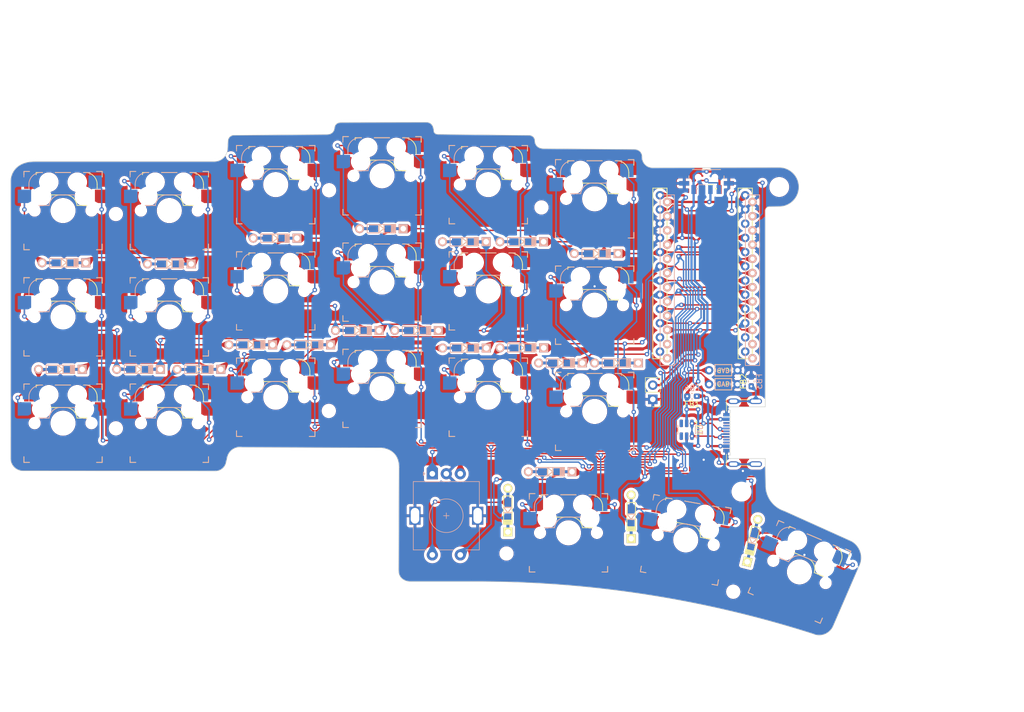
<source format=kicad_pcb>
(kicad_pcb (version 20241229) (generator "pcbnew") (generator_version "9.0")
  (title_block (title "Cirrus40") (rev "1") (company "schuay"))
  (layers (0 "F.Cu" signal) (2 "B.Cu" signal) (13 "F.Paste" user) (15 "B.Paste" user) (5 "F.SilkS" user "F.Silkscreen") (7 "B.SilkS" user "B.Silkscreen") (1 "F.Mask" user) (3 "B.Mask" user) (25 "Edge.Cuts" user))
  (net 0 "")
  (net 1 "Net-(D1-K)")
  (net 2 "ROW0")
  (net 3 "Net-(D2-K)")
  (net 4 "ROW1")
  (net 5 "Net-(D3-K)")
  (net 6 "ROW2")
  (net 7 "Net-(D4-K)")
  (net 8 "Net-(D5-K)")
  (net 9 "Net-(D7-K)")
  (net 10 "Net-(D8-K)")
  (net 11 "Net-(D9-K)")
  (net 12 "Net-(D6-K)")
  (net 13 "Net-(D10-K)")
  (net 14 "Net-(D11-K)")
  (net 15 "Net-(D13-K)")
  (net 16 "Net-(D14-K)")
  (net 17 "Net-(D15-K)")
  (net 18 "Net-(D12-K)")
  (net 19 "Net-(D16-K)")
  (net 20 "Net-(D17-K)")
  (net 21 "Net-(D18-K)")
  (net 22 "Net-(D21-K)")
  (net 23 "COL3")
  (net 24 "ENCB")
  (net 25 "ENCA")
  (net 26 "/VCC_LINK")
  (net 27 "VCC")
  (net 28 "Net-(J1-SHIELD)")
  (net 29 "COL0")
  (net 30 "COL1")
  (net 31 "COL2")
  (net 32 "GND")
  (net 33 "COL4")
  (net 34 "DATA")
  (net 37 "ROW3")
  (net 38 "Net-(D19-K)")
  (net 40 "Battery")
  (net 41 "/Batt")
  (net 48 "unconnected-(S1-PadNO)")
  (net 51 "Net-(D20-K)")
  (net 54 "Net-(D22-K)")
  (net 55 "COL5")
  (footprint "footprints:Diode-dual" (layer "F.Cu") (at 151.5364 119.6848 -90)
    (property "Reference" "D17" (hide yes))
    (property "Value" "DIODE" (hide yes))
  )
  (footprint "footprints:Diode-dual" (layer "F.Cu") (at 173.228 123.952 -104)
    (property "Reference" "D16" (hide yes))
    (property "Value" "DIODE" (hide yes))
  )
  (footprint "footprints:C_0603_1608Metric_Pad1.08x0.95mm_HandSolder" (layer "F.Cu") (at 162.4125 98.1375 180)
    (property "Reference" "FB1")
    (property "Value" "Ferrite Bead")
  )
  (footprint "MountingHole:MountingHole_2.2mm_M2" (layer "F.Cu") (at 59.44306 65.577056)
    (property "Reference" "REF**" (hide yes))
    (property "Value" "MountingHole_2.2mm_M2")
  )
  (footprint "MountingHole:MountingHole_2.2mm_M2" (layer "F.Cu") (at 135.5 64.4)
    (property "Reference" "REF**" (hide yes))
    (property "Value" "MountingHole_2.2mm_M2")
  )
  (footprint "footprints:RESISTOR_Reversible" (layer "F.Cu") (at 168 93.5 180)
    (property "Reference" "C2" (hide yes))
    (property "Value" "50V/100nF axial" (hide yes))
  )
  (footprint "footprints:PinHeader_1x02_P2.54mm_Vertical" (layer "F.Cu") (at 155.4 98.7 180)
    (property "Reference" "J2" (hide yes))
    (property "Value" "Conn_01x02")
  )
  (footprint "MountingHole:MountingHole_2.2mm_M2" (layer "F.Cu") (at 129.25 126.25)
    (property "Reference" "REF**" (hide yes))
    (property "Value" "MountingHole_2.2mm_M2")
  )
  (footprint "footprints:C_0603_1608Metric_Pad1.08x0.95mm_HandSolder" (layer "F.Cu") (at 173 95.5 90)
    (property "Reference" "FB2")
    (property "Value" "Ferrite Bead")
  )
  (footprint "MountingHole:MountingHole_2.2mm_M2" (layer "F.Cu") (at 59.44306 103.877056)
    (property "Reference" "REF**" (hide yes))
    (property "Value" "MountingHole_2.2mm_M2")
  )
  (footprint "footprints:Diode-dual" (layer "F.Cu") (at 129.5 118.5 -90)
    (property "Reference" "D21" (hide yes))
    (property "Value" "DIODE" (hide yes))
  )
  (footprint "footprints:ProMicro_Reversible_orig" (layer "F.Cu") (at 165.5 77)
    (property "Reference" "U2" (hide yes))
    (property "Value" "ProMicro" (hide yes))
  )
  (footprint "footprints:MSK12C02" (layer "F.Cu") (at 165 59 180)
    (property "Reference" "S1" (hide yes))
    (property "Value" "MSK12C02" (hide yes))
  )
  (footprint "MountingHole:MountingHole_2.2mm_M2" (layer "F.Cu") (at 97.547338 61.328905)
    (property "Reference" "REF**" (hide yes))
    (property "Value" "MountingHole_2.2mm_M2")
  )
  (footprint "MountingHole:MountingHole_2.2mm_M2" (layer "F.Cu") (at 169.780996 133.082312)
    (property "Reference" "REF**" (hide yes))
    (property "Value" "MountingHole_2.2mm_M2")
  )
  (footprint "MountingHole:MountingHole_3.2mm_M3" (layer "F.Cu") (at 171.25 115.2)
    (property "Reference" "REF**" (hide yes))
    (property "Value" "MountingHole_3.2mm_M3")
  )
  (footprint "MountingHole:MountingHole_3.2mm_M3" (layer "F.Cu") (at 178 60.75)
    (property "Reference" "" (hide yes))
    (property "Value" "MountingHole_3.2mm_M3")
  )
  (footprint "footprints:RESISTOR_Reversible" (layer "F.Cu") (at 168 96)
    (property "Reference" "C1" (hide yes))
    (property "Value" "50V/100nF axial" (hide yes))
  )
  (footprint "footprints:Molex-216990_GCT-USB45xx_HRO-TYPE-C-31-M-13x-PiMicro_1_DOUBLESIDED" (layer "F.Cu") (at 175.000343 104.660326 90)
    (property "Reference" "J1" (hide yes))
    (property "Value" "USB_C_Receptacle_USB2.0_16P")
    (fp_line (start 4.02 -5.783) (end -4.02 -5.783) (stroke (width 0.1)) (layer "Edge.Cuts"))
    (fp_line (start -4.62 -5.783) (end -4.62 0.5) (stroke (width 0.1)) (layer "Edge.Cuts"))
    (fp_line (start 5.77 0.5) (end 4.62 0.5) (stroke (width 0.1)) (layer "Edge.Cuts"))
    (fp_line (start 4.62 0.5) (end 4.62 -5.783) (stroke (width 0.1)) (layer "Edge.Cuts"))
    (fp_line (start -4.62 0.5) (end -5.77 0.5) (stroke (width 0.1)) (layer "Edge.Cuts"))
    (fp_arc (start 4.02 -5.783) (mid 4.32 -6.083) (end 4.62 -5.783) (stroke (width 0.1)) (layer "Edge.Cuts"))
    (fp_arc (start -4.62 -5.783) (mid -4.32 -6.083) (end -4.02 -5.783) (stroke (width 0.1)) (layer "Edge.Cuts"))
  )
  (footprint "footprints:SOT-23-6" (layer "F.Cu") (at 161.45 104.1375 -90)
    (property "Reference" "U3")
    (property "Value" "SRV05-4")
  )
  (footprint "MountingHole:MountingHole_2.2mm_M2" (layer "F.Cu") (at 97.502036 100.76535)
    (property "Reference" "REF**" (hide yes))
    (property "Value" "MountingHole_2.2mm_M2")
  )
  (footprint "footprints:Diode-dual" (layer "B.Cu") (at 121.75 89.535)
    (property "Reference" "D9" (hide yes))
    (property "Value" "DIODE" (hide yes))
  )
  (footprint "footprints:C_0603_1608Metric_Pad1.08x0.95mm_HandSolder" (layer "B.Cu") (at 162.4125 98.1375 180)
    (property "Reference" "FB4")
    (property "Value" "Ferrite Bead")
  )
  (footprint "footprints:C_0603_1608Metric_Pad1.08x0.95mm_HandSolder" (layer "B.Cu") (at 173 95.5 90)
    (property "Reference" "FB3")
    (property "Value" "Ferrite Bead")
  )
  (footprint "footprints:Diode-dual" (layer "B.Cu") (at 63.5 93.345)
    (property "Reference" "D20" (hide yes))
    (property "Value" "DIODE" (hide yes))
  )
  (footprint "footprints:SW_MX_HotSwap_Reversible" (layer "B.Cu") (at 69 64.9616 180)
    (property "Reference" "K13" (hide yes))
    (property "Value" "SW_Push" (hide yes))
  )
  (footprint "footprints:Diode-dual" (layer "B.Cu") (at 87.9 69.9)
    (property "Reference" "D10" (hide yes))
    (property "Value" "DIODE" (hide yes))
  )
  (footprint "footprints:Diode-dual" (layer "B.Cu") (at 113.1824 86.4)
    (property "Reference" "D8" (hide yes))
    (property "Value" "DIODE" (hide yes))
  )
  (footprint "footprints:Diode-dual" (layer "B.Cu") (at 50.165 74.295)
    (property "Reference" "D19" (hide yes))
    (property "Value" "DIODE" (hide yes))
  )
  (footprint "footprints:Diode-dual" (layer "B.Cu") (at 106.9 68.2)
    (property "Reference" "D7" (hide yes))
    (property "Value" "DIODE" (hide yes))
  )
  (footprint "footprints:SW_MX_HotSwap_Reversible" (layer "B.Cu") (at 145.0086 100.8634 180)
    (property "Reference" "K3" (hide yes))
    (property "Value" "SW_Push" (hide yes))
  )
  (footprint "footprints:SW_MX_HotSwap_Reversible" (layer "B.Cu") (at 50 64.9616 180)
    (property "Reference" "K19" (hide yes))
    (property "Value" "SW_Push" (hide yes))
  )
  (footprint "footprints:SW_MX_HotSwap_Reversible" (layer "B.Cu") (at 145.0086 62.865 180)
    (property "Reference" "K1" (hide yes))
    (property "Value" "SW_Push" (hide yes))
  )
  (footprint "footprints:SW_MX_HotSwap_Reversible" (layer "B.Cu") (at 107.0102 77.7492 180)
    (property "Reference" "K8" (hide yes))
    (property "Value" "SW_Push" (hide yes))
  )
  (footprint "footprints:SW_MX_HotSwap_Reversible" (layer "B.Cu") (at 88.011 98.3234 180)
    (property "Reference" "K12" (hide yes))
    (property "Value" "SW_Push" (hide yes))
  )
  (footprint "footprints:Diode-dual" (layer "B.Cu") (at 83.5552 88.9508)
    (property "Reference" "D14" (hide yes))
    (property "Value" "DIODE" (hide yes))
  )
  (footprint "footprints:Diode-dual" (layer "B.Cu") (at 131.9814 70.5358)
    (property "Reference" "D4" (hide yes))
    (property "Value" "DIODE" (hide yes))
  )
  (footprint "footprints:Diode-dual" (layer "B.Cu") (at 137.07 111.633)
    (property "Reference" "D18" (hide yes))
    (property "Value" "DIODE" (hide yes))
  )
  (footprint "footprints:Diode-dual" (layer "B.Cu") (at 49.53 93.345)
    (property "Reference" "D22" (hide yes))
    (property "Value" "DIODE" (hide yes))
  )
  (footprint "footprints:Diode-dual" (layer "B.Cu") (at 121.7198 70.5358)
    (property "Reference" "D5" (hide yes))
    (property "Value" "DIODE" (hide yes))
  )
  (footprint "footprints:SW_MX_HotSwap_Reversible" (layer "B.Cu") (at 88.011 79.3242 180)
    (property "Reference" "K11" (hide yes))
    (property "Value" "SW_Push" (hide yes))
  )
  (footprint "footprints:Diode-dual" (layer "B.Cu") (at 138.9 92.2)
    (property "Reference" "D3" (hide yes))
    (property "Value" "DIODE" (hide yes))
  )
  (footprint "footprints:SW_MX_HotSwap_Reversible" (layer "B.Cu") (at 69 83.9608 180)
    (property "Reference" "K14" (hide yes))
    (property "Value" "SW_Push" (hide yes))
  )
  (footprint "footprints:Diode-dual" (layer "B.Cu") (at 132 89.5)
    (property "Reference" "D6" (hide yes))
    (property "Value" "DIODE" (hide yes))
  )
  (footprint "footprints:SW_MX_HotSwap_Reversible" (layer "B.Cu") (at 126.0094 79.3242 180)
    (property "Reference" "K5" (hide yes))
    (property "Value" "SW_Push" (hide yes))
  )
  (footprint "footprints:SW_MX_HotSwap_Reversible" (layer "B.Cu") (at 126.0094 60.325 180)
    (property "Reference" "K4" (hide yes))
    (property "Value" "SW_Push" (hide yes))
  )
  (footprint "footprints:SW_MX_HotSwap_Reversible" (layer "B.Cu") (at 69 102.96 180)
    (property "Reference" "K15" (hide yes))
    (property "Value" "SW_Push" (hide yes))
  )
  (footprint "footprints:SW_MX_HotSwap_Reversible" (layer "B.Cu") (at 161.28904 123.825 170)
    (property "Reference" "K17" (hide yes))
    (property "Value" "SW_Push" (hide yes))
  )
  (footprint "footprints:Diode-dual" (layer "B.Cu") (at 74.295 93.345)
    (property "Reference" "D15" (hide yes))
    (property "Value" "DIODE" (hide yes))
  )
  (footprint "footprints:SW_MX_HotSwap_Reversible" (layer "B.Cu") (at 140.335 122.555 180)
    (property "Reference" "K18" (hide yes))
    (property "Value" "SW_Push" (hide yes))
  )
  (footprint "footprints:SW_MX_HotSwap_Reversible" (layer "B.Cu") (at 88.011 60.325 180)
    (property "Reference" "K10" (hide yes))
    (property "Value" "SW_Push" (hide yes))
  )
  (footprint "footprints:SW_MX_HotSwap_Reversible" (layer "B.Cu") (at 145.0086 81.8642 180)
    (property "Reference" "K2" (hide yes))
    (property "Value" "SW_Push" (hide yes))
  )
  (footprint "footprints:Diode-dual" (layer "B.Cu") (at 102.5906 86.4)
    (property "Reference" "D11" (hide yes))
    (property "Value" "DIODE" (hide yes))
  )
  (footprint "footprints:SW_MX_HotSwap_Reversible" (layer "B.Cu") (at 50 83.9608 180)
    (property "Reference" "K20" (hide yes))
    (property "Value" "SW_Push" (hide yes))
  )
  (footprint "footprints:SW_MX_HotSwap_Reversible" (layer "B.Cu") (at 107.0102 58.75 180)
    (property "Reference" "K7" (hide yes))
    (property "Value" "SW_Push" (hide yes))
  )
  (footprint "footprints:SW_MX_HotSwap_Reversible" (layer "B.Cu") (at 181.61 129.540708 157)
    (property "Reference" "K16" (hide yes))
    (property "Value" "SW_Push" (hide yes))
  )
  (footprint "footprints:RotaryEncoder_Alps_EC11E-Switch_Vertical_H20mm" (layer "B.Cu") (at 116 112 -90)
    (property "Reference" "ENC1" (hide yes))
    (property "Value" "RotaryEncoder_Switch_MP" (hide yes))
  )
  (footprint "footprints:SW_MX_HotSwap_Reversible" (layer "B.Cu") (at 50 102.96 180)
    (property "Reference" "K21" (hide yes))
    (property "Value" "SW_Push" (hide yes))
  )
  (footprint "footprints:Diode-dual" (layer "B.Cu") (at 148.9 92.2)
    (property "Reference" "D2" (hide yes))
    (property "Value" "DIODE" (hide yes))
  )
  (footprint "footprints:SW_MX_HotSwap_Reversible" (layer "B.Cu") (at 107.0102 96.7484 180)
    (property "Reference" "K9" (hide yes))
    (property "Value" "SW_Push" (hide yes))
  )
  (footprint "footprints:SW_MX_HotSwap_Reversible" (layer "B.Cu") (at 126.0094 98.3234 180)
    (property "Reference" "K6" (hide yes))
    (property "Value" "SW_Push" (hide yes))
  )
  (footprint "footprints:Diode-dual" (layer "B.Cu") (at 93.9154 88.9508)
    (property "Reference" "D12" (hide yes))
    (property "Value" "DIODE" (hide yes))
  )
  (footprint "footprints:Diode-dual" (layer "B.Cu") (at 69 74.5)
    (property "Reference" "D13" (hide yes))
    (property "Value" "DIODE" (hide yes))
  )
  (footprint "footprints:Diode-dual" (layer "B.Cu") (at 145.288 72.644)
    (property "Reference" "D1" (hide yes))
    (property "Value" "DIODE" (hide yes))
  )
  (footprint "footprints:SOT-23-6" (layer "B.Cu") (at 161.45 104.1375 90)
    (property "Reference" "U1")
    (property "Value" "SRV05-4")
  )
  (footprint "footprints:MSK12C02" (layer "B.Cu") (at 165 59)
    (property "Reference" "S2" (hide yes))
    (property "Value" "MSK12C02" (hide yes))
  )
  (gr_line (start 79.497285 52.494748) (end 79.397672 54.176851) (stroke (width 0.1)) (layer "Edge.Cuts"))
  (gr_curve (pts (xy 134.294428 52.309002) (xy 134.294428 53.975) (xy 135.88141 53.899538) (xy 135.88141 53.899538)) (stroke (width 0.1)) (layer "Edge.Cuts"))
  (gr_arc (start 79.497285 52.494748) (mid 79.796137 51.810122) (end 80.428137 51.502901) (stroke (width 0.1)) (layer "Edge.Cuts"))
  (gr_arc (start 190.958273 124.086814) (mid 192.388435 125.746797) (end 192.230074 128.593028) (stroke (width 0.1)) (layer "Edge.Cuts"))
  (gr_line (start 99.685441 49.227305) (end 114.987117 49.194537) (stroke (width 0.1)) (layer "Edge.Cuts"))
  (gr_curve (pts (xy 99.685441 49.227305) (xy 98.5 49.227305) (xy 98.517265 50.283396) (xy 98.517265 50.283396)) (stroke (width 0.1)) (layer "Edge.Cuts"))
  (gr_arc (start 178.879551 118.641336) (mid 176.46817 116.871881) (end 175.569409 114.277279) (stroke (width 0.1)) (layer "Edge.Cuts"))
  (gr_curve (pts (xy 110.049538 110.843938) (xy 110.049538 107.418019) (xy 106.845074 107.364877) (xy 106.845074 107.364877)) (stroke (width 0.1)) (layer "Edge.Cuts"))
  (gr_arc (start 79.397672 54.176851) (mid 78.721671 55.494832) (end 77.016691 56.202796) (stroke (width 0.1)) (layer "Edge.Cuts"))
  (gr_line (start 178.879551 118.641336) (end 190.958273 124.086814) (stroke (width 0.1)) (layer "Edge.Cuts"))
  (gr_line (start 82.037473 107.267484) (end 106.845074 107.364877) (stroke (width 0.1)) (layer "Edge.Cuts"))
  (gr_curve (pts (xy 45.031876 56.202796) (xy 40.64 56.202796) (xy 40.649101 59.595156) (xy 40.649101 59.595156)) (stroke (width 0.1)) (layer "Edge.Cuts"))
  (gr_line (start 40.64 109.215476) (end 40.649101 59.595156) (stroke (width 0.1)) (layer "Edge.Cuts"))
  (gr_line (start 176.250018 64.25) (end 178.070175 64.231722) (stroke (width 0.1)) (layer "Edge.Cuts"))
  (gr_line (start 42.843832 111.477725) (end 77.25909 111.508722) (stroke (width 0.1)) (layer "Edge.Cuts"))
  (gr_arc (start 155.34665 57.316713) (mid 154.008636 56.737843) (end 153.480447 55.3212) (stroke (width 0.1)) (layer "Edge.Cuts"))
  (gr_line (start 175.5 65.000008) (end 175.500343 98.890326) (stroke (width 0.1)) (layer "Edge.Cuts"))
  (gr_line (start 135.88141 53.899538) (end 152.218525 54.037742) (stroke (width 0.1)) (layer "Edge.Cuts"))
  (gr_arc (start 42.843832 111.477725) (mid 41.303323 110.847548) (end 40.64 109.215476) (stroke (width 0.1)) (layer "Edge.Cuts"))
  (gr_line (start 79.316796 109.170663) (end 79.084788 110.145018) (stroke (width 0.1)) (layer "Edge.Cuts"))
  (gr_line (start 192.230074 128.593028) (end 187.596582 139.289075) (stroke (width 0.1)) (layer "Edge.Cuts"))
  (gr_arc (start 79.084788 110.145018) (mid 78.604563 110.944026) (end 77.25909 111.508722) (stroke (width 0.1)) (layer "Edge.Cuts"))
  (gr_line (start 117.188751 51.348223) (end 133.370586 51.521996) (stroke (width 0.1)) (layer "Edge.Cuts"))
  (gr_arc (start 79.316796 109.170663) (mid 79.83219 108.064193) (end 82.037473 107.267484) (stroke (width 0.1)) (layer "Edge.Cuts"))
  (gr_arc (start 175.5 65.000008) (mid 175.71967 64.46967) (end 176.250018 64.25) (stroke (width 0.1)) (layer "Edge.Cuts"))
  (gr_line (start 45.031876 56.202796) (end 77.016691 56.202796) (stroke (width 0.1)) (layer "Edge.Cuts"))
  (gr_line (start 97.155 51.367103) (end 80.428137 51.502901) (stroke (width 0.1)) (layer "Edge.Cuts"))
  (gr_arc (start 187.596582 139.289075) (mid 186.176086 140.638018) (end 184.047178 140.613355) (stroke (width 0.1)) (layer "Edge.Cuts"))
  (gr_arc (start 152.218525 54.037742) (mid 153.104472 54.413528) (end 153.480442 55.3212) (stroke (width 0.1)) (layer "Edge.Cuts"))
  (gr_curve (pts (xy 116.246171 50.619063) (xy 116.246171 51.435) (xy 117.188751 51.348223) (xy 117.188751 51.348223)) (stroke (width 0.1)) (layer "Edge.Cuts"))
  (gr_arc (start 177.984101 57.267607) (mid 181.482427 60.75) (end 178.070175 64.231722) (stroke (width 0.1)) (layer "Edge.Cuts"))
  (gr_line (start 123.001162 131.253815) (end 112 131.253815) (stroke (width 0.1)) (layer "Edge.Cuts"))
  (gr_arc (start 133.370586 51.521996) (mid 133.964678 51.744316) (end 134.294428 52.308779) (stroke (width 0.1)) (layer "Edge.Cuts"))
  (gr_curve (pts (xy 97.155 51.367103) (xy 98.425 51.367103) (xy 98.517265 50.283396) (xy 98.517265 50.283396)) (stroke (width 0.1)) (layer "Edge.Cuts"))
  (gr_line (start 110.049538 110.843938) (end 109.976394 129.23506) (stroke (width 0.1)) (layer "Edge.Cuts"))
  (gr_curve (pts (xy 114.987117 49.194537) (xy 116.2 49.194537) (xy 116.246171 50.619063) (xy 116.246171 50.619063)) (stroke (width 0.1)) (layer "Edge.Cuts"))
  (gr_line (start 155.34665 57.316713) (end 177.984101 57.267607) (stroke (width 0.1)) (layer "Edge.Cuts"))
  (gr_curve (pts (xy 109.976394 129.23506) (xy 109.976394 131.253815) (xy 112 131.253815) (xy 112 131.253815)) (stroke (width 0.1)) (layer "Edge.Cuts"))
  (gr_line (start 175.500343 110.430326) (end 175.569409 114.277279) (stroke (width 0.1)) (layer "Edge.Cuts"))
  (gr_arc (start 123.001162 131.253815) (mid 154.879613 133.683408) (end 184.047178 140.613355) (stroke (width 0.1)) (layer "Edge.Cuts"))
  (segment (start 137.16 57.785) (end 139.2586 57.785) (width 0.25) (layer "F.Cu") (net 1))
  (via (at 137.16 57.785) (size 0.8) (drill 0.4) (layers "F.Cu" "B.Cu") (net 1))
  (segment (start 138.1086 58.7336) (end 137.16 57.785) (width 0.25) (layer "B.Cu") (net 1))
  (segment (start 141.388 72.644) (end 138.1086 69.3646) (width 0.25) (layer "B.Cu") (net 1))
  (segment (start 138.1086 60.325) (end 138.1086 58.7336) (width 0.25) (layer "B.Cu") (net 1))
  (segment (start 138.1086 69.3646) (end 138.1086 60.325) (width 0.25) (layer "B.Cu") (net 1))
  (segment (start 71.774 73.374) (end 54.986 73.374) (width 0.25) (layer "F.Cu") (net 2))
  (segment (start 171.085745 73.585745) (end 169.89 72.39) (width 0.25) (layer "F.Cu") (net 2))
  (segment (start 106.6 69.9) (end 91.8 69.9) (width 0.25) (layer "F.Cu") (net 2))
  (segment (start 75.0358 72.3642) (end 72.9 74.5) (width 0.25) (layer "F.Cu") (net 2))
  (segment (start 146.688 72.644) (end 146.688 71.188) (width 0.25) (layer "F.Cu") (net 2))
  (segment (start 118.5 68.5) (end 116 68.5) (width 0.25) (layer "F.Cu") (net 2))
  (segment (start 145.9642 70.5358) (end 135.8814 70.5358) (width 0.25) (layer "F.Cu") (net 2))
  (segment (start 156.256 72.644) (end 149.188 72.644) (width 0.25) (layer "F.Cu") (net 2))
  (segment (start 156.51 72.39) (end 156.256 72.644) (width 0.25) (layer "F.Cu") (net 2))
  (segment (start 89.3 69.9) (end 86.8358 72.3642) (width 0.25) (layer "F.Cu") (net 2))
  (segment (start 146 70.5) (end 145.9642 70.5358) (width 0.25) (layer "F.Cu") (net 2))
  (segment (start 86.8358 72.3642) (end 75.0358 72.3642) (width 0.25) (layer "F.Cu") (net 2))
  (segment (start 116 68.5) (end 115.7 68.2) (width 0.25) (layer "F.Cu") (net 2))
  (segment (start 54.986 73.374) (end 54.065 74.295) (width 0.25) (layer "F.Cu") (net 2))
  (segment (start 72.9 74.5) (end 71.774 73.374) (width 0.25) (layer "F.Cu") (net 2))
  (segment (start 169.89 72.39) (end 156.68 72.39) (width 0.25) (layer "F.Cu") (net 2))
  (segment (start 108.3 68.2) (end 106.6 69.9) (width 0.25) (layer "F.Cu") (net 2))
  (segment (start 173.218815 73.585745) (end 171.085745 73.585745) (width 0.25) (layer "F.Cu") (net 2))
  (segment (start 132.4456 68.5) (end 118.5 68.5) (width 0.25) (layer "F.Cu") (net 2))
  (segment (start 156.68 72.39) (end 156.51 72.39) (width 0.25) (layer "F.Cu") (net 2))
  (segment (start 149.442 72.39) (end 149.188 72.644) (width 0.25) (layer "F.Cu") (net 2))
  (segment (start 146.688 71.188) (end 146 70.5) (width 0.25) (layer "F.Cu") (net 2))
  (segment (start 134.4814 70.5358) (end 132.4456 68.5) (width 0.25) (layer "F.Cu") (net 2))
  (segment (start 115.7 68.2) (end 110.8 68.2) (width 0.25) (layer "F.Cu") (net 2))
  (segment (start 137.16 76.835) (end 139.2078 76.835) (width 0.25) (layer "F.Cu") (net 3))
  (segment (start 139.2078 76.835) (end 139.2586 76.7842) (width 0.25) (layer "F.Cu") (net 3))
  (via (at 137.16 76.835) (size 0.8) (drill 0.4) (layers "F.Cu" "B.Cu") (net 3))
  (segment (start 138.1086 79.3242) (end 138.1086 77.7836) (width 0.25) (layer "B.Cu") (net 3))
  (segment (start 145 92.2) (end 138.1086 85.3086) (width 0.25) (layer "B.Cu") (net 3))
  (segment (start 138.1086 85.3086) (end 138.1086 79.3242) (width 0.25) (layer "B.Cu") (net 3))
  (segment (start 138.1086 77.7836) (end 137.16 76.835) (width 0.25) (layer "B.Cu") (net 3))
  (segment (start 95.5 87.5) (end 88.906 87.5) (width 0.25) (layer "F.Cu") (net 4))
  (segment (start 125.3 86.5) (end 125.2 86.4) (width 0.25) (layer "F.Cu") (net 4))
  (segment (start 170.625745 76.125745) (end 170 75.5) (width 0.25) (layer "F.Cu") (net 4))
  (segment (start 103.9906 86.4) (end 102.8646 85.274) (width 0.25) (layer "F.Cu") (net 4))
  (segment (start 139.5602 88.7602) (end 136.144 85.344) (width 0.25) (layer "F.Cu") (net 4))
  (segment (start 160 75.5) (end 159.43 74.93) (width 0.25) (layer "F.Cu") (net 4))
  (segment (start 84.9552 88.9508) (end 83.8292 87.8248) (width 0.25) (layer "F.Cu") (net 4))
  (segment (start 113.4564 85.274) (end 107.6166 85.274) (width 0.25) (layer "F.Cu") (net 4))
  (segment (start 102.8646 85.274) (end 97.726 85.274) (width 0.25) (layer "F.Cu") (net 4))
  (segment (start 114.5824 86.4) (end 113.4564 85.274) (width 0.25) (layer "F.Cu") (net 4))
  (segment (start 170 75.5) (end 160 75.5) (width 0.25) (layer "F.Cu") (net 4))
  (segment (start 97.726 85.274) (end 95.5 87.5) (width 0.25) (layer "F.Cu") (net 4))
  (segment (start 107.6166 85.274) (end 106.4906 86.4) (width 0.25) (layer "F.Cu") (net 4))
  (segment (start 83.8292 87.8248) (end 67.711 87.8248) (width 0.25) (layer "F.Cu") (net 4))
  (segment (start 88.906 87.5) (end 87.4552 88.9508) (width 0.25) (layer "F.Cu") (net 4))
  (segment (start 153.2398 88.7602) (end 150.4 88.7602) (width 0.25) (layer "F.Cu") (net 4))
  (segment (start 125.5 86.5) (end 125.3 86.5) (width 0.25) (layer "F.Cu") (net 4))
  (segment (start 67.711 87.8248) (end 67.389775 88.146025) (width 0.25) (layer "F.Cu") (net 4))
  (segment (start 150.4 88.7602) (end 139.5602 88.7602) (width 0.25) (layer "F.Cu") (net 4))
  (segment (start 117.0824 86.4) (end 125.2 86.4) (width 0.25) (layer "F.Cu") (net 4))
  (segment (start 153.5 88.5) (end 153.2398 88.7602) (width 0.25) (layer "F.Cu") (net 4))
  (segment (start 134.5 86.5) (end 125.5 86.5) (width 0.25) (layer "F.Cu") (net 4))
  (segment (start 134.988 86.5) (end 134.5 86.5) (width 0.25) (layer "F.Cu") (net 4))
  (segment (start 136.144 85.344) (end 134.988 86.5) (width 0.25) (layer "F.Cu") (net 4))
  (segment (start 159.43 74.93) (end 156.68 74.93) (width 0.25) (layer "F.Cu") (net 4))
  (segment (start 173.218815 76.125745) (end 170.625745 76.125745) (width 0.25) (layer "F.Cu") (net 4))
  (via (at 67.389775 88.146025) (size 0.8) (drill 0.4) (layers "F.Cu" "B.Cu") (net 4))
  (via (at 150.4 88.7602) (size 0.8) (drill 0.4) (layers "F.Cu" "B.Cu") (net 4))
  (via (at 125.2 86.4) (size 0.8) (drill 0.4) (layers "F.Cu" "B.Cu") (net 4))
  (via (at 153.5 88.5) (size 0.8) (drill 0.4) (layers "F.Cu" "B.Cu") (net 4))
  (segment (start 128.3833 78.340898) (end 126.992702 76.9503) (width 0.25) (layer "B.Cu") (net 4))
  (segment (start 125.6198 75.64652) (end 125.6198 70.5358) (width 0.25) (layer "B.Cu") (net 4))
  (segment (start 126.992702 76.9503) (end 126.92358 76.9503) (width 0.25) (layer "B.Cu") (net 4))
  (segment (start 125.2 86.4) (end 128.3833 83.2167) (width 0.25) (layer "B.Cu") (net 4))
  (segment (start 156.68 74.93) (end 154.1696 77.4404) (width 0.25) (layer "B.Cu") (net 4))
  (segment (start 150.3 88.8602) (end 150.3 92.2) (width 0.25) (layer "B.Cu") (net 4))
  (segment (start 128.3833 83.2167) (end 128.3833 78.340898) (width 0.25) (layer "B.Cu") (net 4))
  (segment (start 150.4 88.7602) (end 150.3 88.8602) (width 0.25) (layer "B.Cu") (net 4))
  (segment (start 67.4 88.15625) (end 67.4 93.345) (width 0.25) (layer "B.Cu") (net 4))
  (segment (start 154.1696 87.8304) (end 153.5 88.5) (width 0.25) (layer "B.Cu") (net 4))
  (segment (start 154.1696 77.4404) (end 154.1696 87.8304) (width 0.25) (layer "B.Cu") (net 4))
  (segment (start 67.389775 88.146025) (end 67.4 88.15625) (width 0.25) (layer "B.Cu") (net 4))
  (segment (start 126.92358 76.9503) (end 125.6198 75.64652) (width 0.25) (layer "B.Cu") (net 4))
  (segment (start 137.5 92.2) (end 137.5 94.0248) (width 0.25) (layer "F.Cu") (net 5))
  (segment (start 137.5 94.0248) (end 139.2586 95.7834) (width 0.25) (layer "F.Cu") (net 5))
  (segment (start 139.2586 95.7834) (end 139.2586 97.1734) (width 0.25) (layer "B.Cu") (net 5))
  (segment (start 137.5 94.0248) (end 139.2586 95.7834) (width 0.25) (layer "B.Cu") (net 5))
  (segment (start 139.2586 97.1734) (end 138.1086 98.3234) (width 0.25) (layer "B.Cu") (net 5))
  (segment (start 137.5 92.2) (end 137.5 94.0248) (width 0.25) (layer "B.Cu") (net 5))
  (segment (start 140.3 92.2) (end 137.6 89.5) (width 0.25) (layer "F.Cu") (net 6))
  (segment (start 137.6 89.5) (end 135.9 89.5) (width 0.25) (layer "F.Cu") (net 6))
  (segment (start 154.349905 90.626095) (end 144.373905 90.626095) (width 0.25) (layer "F.Cu") (net 6))
  (segment (start 159.47 77.47) (end 156.68 77.47) (width 0.25) (layer "F.Cu") (net 6))
  (segment (start 144.373905 90.626095) (end 142.8 92.2) (width 0.25) (layer "F.Cu") (net 6))
  (segment (start 99.2402 87.526) (end 97.8154 88.9508) (width 0.25) (layer "F.Cu") (net 6))
  (segment (start 173.218815 78.665745) (end 160.665745 78.665745) (width 0.25) (layer "F.Cu") (net 6))
  (segment (start 80.1756 91.3644) (end 78.195 93.345) (width 0.25) (layer "F.Cu") (net 6))
  (segment (start 74.569 92.219) (end 54.556 92.219) (width 0.25) (layer "F.Cu") (net 6))
  (segment (start 54.556 92.219) (end 53.43 93.345) (width 0.25) (layer "F.Cu") (net 6))
  (segment (start 82.91 91.3644) (end 80.1756 91.3644) (width 0.25) (layer "F.Cu") (net 6))
  (segment (start 83.185 91.0894) (end 82.91 91.3644) (width 0.25) (layer "F.Cu") (net 6))
  (segment (start 132.274 88.374) (end 126.811 88.374) (width 0.25) (layer "F.Cu") (net 6))
  (segment (start 133.4 89.5) (end 132.274 88.374) (width 0.25) (layer "F.Cu") (net 6))
  (segment (start 121.141 87.526) (end 99.2402 87.526) (width 0.25) (layer "F.Cu") (net 6))
  (segment (start 93.1768 91.0894) (end 83.185 91.0894) (width 0.25) (layer "F.Cu") (net 6))
  (segment (start 123.15 89.535) (end 121.141 87.526) (width 0.25) (layer "F.Cu") (net 6))
  (segment (start 75.695 93.345) (end 74.569 92.219) (width 0.25) (layer "F.Cu") (net 6))
  (segment (start 160.665745 78.665745) (end 159.47 77.47) (width 0.25) (layer "F.Cu") (net 6))
  (segment (start 126.811 88.374) (end 125.65 89.535) (width 0.25) (layer "F.Cu") (net 6))
  (segment (start 95.3154 88.9508) (end 93.1768 91.0894) (width 0.25) (layer "F.Cu") (net 6))
  (via (at 154.349905 90.626095) (size 0.8) (drill 0.4) (layers "F.Cu" "B.Cu") (net 6))
  (segment (start 156.68 77.47) (end 154.77781 77.47) (width 0.25) (layer "B.Cu") (net 6))
  (segment (start 154.623905 90.5) (end 154.623905 90.626095) (width 0.25) (layer "B.Cu") (net 6))
  (segment (start 154.623905 77.623905) (end 154.623905 88.402815) (width 0.25) (layer "B.Cu") (net 6))
  (segment (start 154.77781 77.47) (end 154.623905 77.623905) (width 0.25) (layer "B.Cu") (net 6))
  (segment (start 154.623905 88.402815) (end 154.623905 90.5) (width 0.25) (layer "B.Cu") (net 6))
  (segment (start 154.623905 90.5) (end 154.476 90.5) (width 0.25) (layer "B.Cu") (net 6))
  (segment (start 154.476 90.5) (end 154.349905 90.626095) (width 0.25) (layer "B.Cu") (net 6))
  (segment (start 119.7194 55.245) (end 119.745 55.245) (width 0.25) (layer "F.Cu") (net 7))
  (segment (start 118.11 55.245) (end 120.2594 55.245) (width 0.25) (layer "F.Cu") (net 7))
  (segment (start 119.745 55.245) (end 120 55.5) (width 0.25) (layer "F.Cu") (net 7))
  (via (at 118.11 55.245) (size 0.8) (drill 0.4) (layers "F.Cu" "B.Cu") (net 7))
  (segment (start 119.1094 56.2444) (end 118.11 55.245) (width 0.25) (layer "B.Cu") (net 7))
  (segment (start 128.0814 70.5358) (end 119.1094 61.5638) (width 0.25) (layer "B.Cu") (net 7))
  (segment (start 119.1094 57.785) (end 119.1094 56.2444) (width 0.25) (layer "B.Cu") (net 7))
  (segment (start 119.1094 61.5638) (end 119.1094 57.785) (width 0.25) (layer "B.Cu") (net 7))
  (segment (start 120.3198 74.1838) (end 120.2594 74.2442) (width 0.25) (layer "F.Cu") (net 8))
  (segment (start 120.3198 72.39) (end 120.3198 74.1838) (width 0.25) (layer "F.Cu") (net 8))
  (via (at 120.3198 72.39) (size 0.8) (drill 0.4) (layers "F.Cu" "B.Cu") (net 8))
  (segment (start 119.1094 76.7842) (end 119.1094 74.8542) (width 0.25) (layer "B.Cu") (net 8))
  (segment (start 120.3198 73.6438) (end 120.3198 72.39) (width 0.25) (layer "B.Cu") (net 8))
  (segment (start 119.1094 74.8542) (end 120.3198 73.6438) (width 0.25) (layer "B.Cu") (net 8))
  (segment (start 120.3198 70.5358) (end 120.3198 72.39) (width 0.25) (layer "B.Cu") (net 8))
  (segment (start 100.9302 53.34) (end 101.2602 53.67) (width 0.25) (layer "F.Cu") (net 9))
  (segment (start 99.06 53.34) (end 100.9302 53.34) (width 0.25) (layer "F.Cu") (net 9))
  (via (at 99.06 53.34) (size 0.8) (drill 0.4) (layers "F.Cu" "B.Cu") (net 9))
  (segment (start 100.1102 56.21) (end 100.1102 54.3902) (width 0.25) (layer "B.Cu") (net 9))
  (segment (start 100.1102 54.3902) (end 99.06 53.34) (width 0.25) (layer "B.Cu") (net 9))
  (segment (start 100.1102 65.3102) (end 100.1102 56.21) (width 0.25) (layer "B.Cu") (net 9))
  (segment (start 103 68.2) (end 100.1102 65.3102) (width 0.25) (layer "B.Cu") (net 9))
  (segment (start 99.06 72.39) (end 100.981 72.39) (width 0.25) (layer "F.Cu") (net 10))
  (segment (start 100.981 72.39) (end 101.2602 72.6692) (width 0.25) (layer "F.Cu") (net 10))
  (via (at 99.06 72.39) (size 0.8) (drill 0.4) (layers "F.Cu" "B.Cu") (net 10))
  (segment (start 107.1064 85.274) (end 100.1102 78.2778) (width 0.25) (layer "B.Cu") (net 10))
  (segment (start 108.1564 85.274) (end 107.1064 85.274) (width 0.25) (layer "B.Cu") (net 10))
  (segment (start 100.1102 78.2778) (end 100.1102 75.2092) (width 0.25) (layer "B.Cu") (net 10))
  (segment (start 109.2824 86.4) (end 108.1564 85.274) (width 0.25) (layer "B.Cu") (net 10))
  (segment (start 100.1102 73.4402) (end 99.06 72.39) (width 0.25) (layer "B.Cu") (net 10))
  (segment (start 100.1102 75.2092) (end 100.1102 73.4402) (width 0.25) (layer "B.Cu") (net 10))
  (segment (start 103.3936 89.535) (end 101.2602 91.6684) (width 0.25) (layer "F.Cu") (net 11))
  (segment (start 98.8316 91.6684) (end 98.425 92.075) (width 0.25) (layer "F.Cu") (net 11))
  (segment (start 101.2602 91.6684) (end 98.8316 91.6684) (width 0.25) (layer "F.Cu") (net 11))
  (segment (start 117.85 89.535) (end 103.3936 89.535) (width 0.25) (layer "F.Cu") (net 11))
  (via (at 98.425 92.075) (size 0.8) (drill 0.4) (layers "F.Cu" "B.Cu") (net 11))
  (segment (start 98.425 92.075) (end 98.425 92.5232) (width 0.25) (layer "B.Cu") (net 11))
  (segment (start 98.425 92.5232) (end 100.1102 94.2084) (width 0.25) (layer "B.Cu") (net 11))
  (segment (start 128.1 89.5) (end 126.2366 91.3634) (width 0.25) (layer "F.Cu") (net 12))
  (segment (start 118.2116 93.2434) (end 118.11 93.345) (width 0.25) (layer "F.Cu") (net 12))
  (segment (start 121.5994 91.3634) (end 119.7194 93.2434) (width 0.25) (layer "F.Cu") (net 12))
  (segment (start 120.2594 93.2434) (end 118.2116 93.2434) (width 0.25) (layer "F.Cu") (net 12))
  (segment (start 126.2366 91.3634) (end 121.5994 91.3634) (width 0.25) (layer "F.Cu") (net 12))
  (via (at 118.11 93.345) (size 0.8) (drill 0.4) (layers "F.Cu" "B.Cu") (net 12))
  (segment (start 118.11 93.345) (end 119.1094 94.3444) (width 0.25) (layer "B.Cu") (net 12))
  (segment (start 119.1094 94.3444) (end 119.1094 95.7834) (width 0.25) (layer "B.Cu") (net 12))
  (segment (start 80.01 55.245) (end 82.261 55.245) (width 0.25) (layer "F.Cu") (net 13))
  (via (at 80.01 55.245) (size 0.8) (drill 0.4) (layers "F.Cu" "B.Cu") (net 13))
  (segment (start 81.111 57.785) (end 81.111 56.346) (width 0.25) (layer "B.Cu") (net 13))
  (segment (start 81.111 67.011) (end 81.111 57.785) (width 0.25) (layer "B.Cu") (net 13))
  (segment (start 81.111 56.346) (end 80.01 55.245) (width 0.25) (layer "B.Cu") (net 13))
  (segment (start 84 69.9) (end 81.111 67.011) (width 0.25) (layer "B.Cu") (net 13))
  (segment (start 81.1 79.233955) (end 81.1 76.7) (width 0.25) (layer "F.Cu") (net 14))
  (segment (start 81.1 76.7) (end 82.261 75.539) (width 0.25) (layer "F.Cu") (net 14))
  (segment (start 83.866045 82) (end 81.1 79.233955) (width 0.25) (layer "F.Cu") (net 14))
  (segment (start 98.6 82) (end 83.866045 82) (width 0.25) (layer "F.Cu") (net 14))
  (segment (start 82.261 75.539) (end 82.261 74.2442) (width 0.25) (layer "F.Cu") (net 14))
  (via (at 98.6 82) (size 0.8) (drill 0.4) (layers "F.Cu" "B.Cu") (net 14))
  (via (at 81.1 79.233955) (size 0.8) (drill 0.4) (layers "F.Cu" "B.Cu") (net 14))
  (segment (start 98.6906 82.0906) (end 98.6 82) (width 0.25) (layer "B.Cu") (net 14))
  (segment (start 81.1 79.233955) (end 81.1 76.7952) (width 0.25) (layer "B.Cu") (net 14))
  (segment (start 81.1 76.7952) (end 81.111 76.7842) (width 0.25) (layer "B.Cu") (net 14))
  (segment (start 98.6906 86.4) (end 98.6906 82.0906) (width 0.25) (layer "B.Cu") (net 14))
  (segment (start 60.96 59.69) (end 63.0584 59.69) (width 0.25) (layer "F.Cu") (net 15))
  (segment (start 63.0584 59.69) (end 63.25 59.8816) (width 0.25) (layer "F.Cu") (net 15))
  (via (at 60.96 59.69) (size 0.8) (drill 0.4) (layers "F.Cu" "B.Cu") (net 15))
  (segment (start 62.1 62.4216) (end 62.1 60.83) (width 0.25) (layer "B.Cu") (net 15))
  (segment (start 65.1 74.5) (end 62.1 71.5) (width 0.25) (layer "B.Cu") (net 15))
  (segment (start 62.1 60.83) (end 60.96 59.69) (width 0.25) (layer "B.Cu") (net 15))
  (segment (start 62.1 71.5) (end 62.1 62.4216) (width 0.25) (layer "B.Cu") (net 15))
  (segment (start 79.6552 88.9508) (end 67.169245 88.9508) (width 0.25) (layer "F.Cu") (net 16))
  (segment (start 62.1 81.4208) (end 62.1 81.3) (width 0.25) (layer "F.Cu") (net 16))
  (segment (start 67.169245 88.9508) (end 62.1 83.881555) (width 0.25) (layer "F.Cu") (net 16))
  (segment (start 62.1 83.881555) (end 62.1 81.4208) (width 0.25) (layer "F.Cu") (net 16))
  (segment (start 63.25 80.15) (end 63.25 78.8808) (width 0.25) (layer "F.Cu") (net 16))
  (segment (start 62.1 81.3) (end 63.25 80.15) (width 0.25) (layer "F.Cu") (net 16))
  (via (at 62.1 83.881555) (size 0.8) (drill 0.4) (layers "F.Cu" "B.Cu") (net 16))
  (segment (start 62.1 83.881555) (end 62.1 81.4208) (width 0.25) (layer "B.Cu") (net 16))
  (segment (start 63.16 97.79) (end 63.25 97.88) (width 0.25) (layer "F.Cu") (net 17))
  (segment (start 60.96 97.79) (end 63.16 97.79) (width 0.25) (layer "F.Cu") (net 17))
  (via (at 60.96 97.79) (size 0.8) (drill 0.4) (layers "F.Cu" "B.Cu") (net 17))
  (segment (start 62.1 100.42) (end 62.1 98.93) (width 0.25) (layer "B.Cu") (net 17))
  (segment (start 70.395 93.345) (end 67.74 96) (width 0.25) (layer "B.Cu") (net 17))
  (segment (start 62.1 98.93) (end 60.96 97.79) (width 0.25) (layer "B.Cu") (net 17))
  (segment (start 62.1 99.215) (end 62.1 100.42) (width 0.25) (layer "B.Cu") (net 17))
  (segment (start 63.5125 97.8025) (end 62.1 99.215) (width 0.25) (layer "B.Cu") (net 17))
  (segment (start 67.74 96) (end 65.315 96) (width 0.25) (layer "B.Cu") (net 17))
  (segment (start 65.315 96) (end 63.5125 97.8025) (width 0.25) (layer "B.Cu") (net 17))
  (segment (start 82.1594 93.345) (end 82.261 93.2434) (width 0.25) (layer "F.Cu") (net 18))
  (segment (start 90.0154 88.9508) (end 88.3278 90.6384) (width 0.25) (layer "F.Cu") (net 18))
  (segment (start 80.01 93.345) (end 82.1594 93.345) (width 0.25) (layer "F.Cu") (net 18))
  (segment (start 88.3278 90.6384) (end 82.4 90.6384) (width 0.25) (layer "F.Cu") (net 18))
  (via (at 82.4 90.6384) (size 0.8) (drill 0.4) (layers "F.Cu" "B.Cu") (net 18))
  (via (at 80.01 93.345) (size 0.8) (drill 0.4) (layers "F.Cu" "B.Cu") (net 18))
  (segment (start 81.111 93.989) (end 81.111 95.7834) (width 0.25) (layer "B.Cu") (net 18))
  (segment (start 81.721 93.379) (end 81.111 93.989) (width 0.25) (layer "B.Cu") (net 18))
  (segment (start 82.4 90.6384) (end 82.4 92.5644) (width 0.25) (layer "B.Cu") (net 18))
  (segment (start 81.721 93.2434) (end 81.721 93.379) (width 0.25) (layer "B.Cu") (net 18))
  (segment (start 81.111 94.446) (end 80.01 93.345) (width 0.25) (layer "B.Cu") (net 18))
  (segment (start 82.4 92.5644) (end 81.721 93.2434) (width 0.25) (layer "B.Cu") (net 18))
  (segment (start 81.111 95.7834) (end 81.111 94.446) (width 0.25) (layer "B.Cu") (net 18))
  (segment (start 178.277758 122.593586) (end 178.302011 122.617839) (width 0.25) (layer "F.Cu") (net 19))
  (segment (start 173.566691 122.593586) (end 178.277758 122.593586) (width 0.25) (layer "F.Cu") (net 19))
  (segment (start 175.479685 124.50658) (end 176.250974 124.50658) (width 0.25) (layer "B.Cu") (net 19))
  (segment (start 173.566691 122.593586) (end 175.479685 124.50658) (width 0.25) (layer "B.Cu") (net 19))
  (segment (start 151.5364 118.2848) (end 156.047428 118.2848) (width 0.25) (layer "F.Cu") (net 20))
  (segment (start 156.047428 118.2848) (end 156.508528 117.8237) (width 0.25) (layer "F.Cu") (net 20))
  (segment (start 153.094317 118.2848) (end 154.934933 120.125416) (width 0.25) (layer "B.Cu") (net 20))
  (segment (start 151.5364 118.2848) (end 153.094317 118.2848) (width 0.25) (layer "B.Cu") (net 20))
  (segment (start 132.08 117.475) (end 134.585 117.475) (width 0.25) (layer "F.Cu") (net 21))
  (via (at 132.08 117.475) (size 0.8) (drill 0.4) (layers "F.Cu" "B.Cu") (net 21))
  (segment (start 133.435 118.83) (end 132.08 117.475) (width 0.25) (layer "B.Cu") (net 21))
  (segment (start 135.67 111.633) (end 135.67 116.39) (width 0.25) (layer "B.Cu") (net 21))
  (segment (start 133.435 120.015) (end 133.435 118.83) (width 0.25) (layer "B.Cu") (net 21))
  (segment (start 134.585 117.475) (end 134.585 118.865) (width 0.25) (layer "B.Cu") (net 21))
  (segment (start 135.67 116.39) (end 134.585 117.475) (width 0.25) (layer "B.Cu") (net 21))
  (segment (start 134.585 118.865) (end 133.435 120.015) (width 0.25) (layer "B.Cu") (net 21))
  (segment (start 116.6 117.1) (end 129.5 117.1) (width 0.25) (layer "F.Cu") (net 22))
  (segment (start 116.5 117) (end 116.6 117.1) (width 0.25) (layer "F.Cu") (net 22))
  (via (at 116.5 117) (size 0.8) (drill 0.4) (layers "F.Cu" "B.Cu") (net 22))
  (segment (start 116 126.5) (end 116 117.5) (width 0.25) (layer "B.Cu") (net 22))
  (segment (start 116 117.5) (end 116.5 117) (width 0.25) (layer "B.Cu") (net 22))
  (segment (start 136.81319 107.97772) (end 136.81319 107.951) (width 0.25) (layer "F.Cu") (net 23))
  (segment (start 126.225 107.225) (end 125.951 106.951) (width 0.25) (layer "F.Cu") (net 23))
  (segment (start 146.40072 109.40028) (end 145.79928 109.40028) (width 0.25) (layer "F.Cu") (net 23))
  (segment (start 155.451 109.451) (end 151.46219 109.451) (width 0.25) (layer "F.Cu") (net 23))
  (segment (start 150.96075 108.85128) (end 146.826 108.85128) (width 0.25) (layer "F.Cu") (net 23))
  (segment (start 95 98.425) (end 94.911 98.336) (width 0.25) (layer "F.Cu") (net 23))
  (segment (start 95 79.155955) (end 95 76.8732) (width 0.25) (layer "F.Cu") (net 23))
  (segment (start 171.92 80.01) (end 171.195 79.285) (width 0.25) (layer "F.Cu") (net 23))
  (segment (start 125.951 106.951) (end 119.5 106.951) (width 0.25) (layer "F.Cu") (net 23))
  (segment (start 126.774 106.951) (end 126.5 107.225) (width 0.25) (layer "F.Cu") (net 23))
  (segment (start 145.343015 108.882265) (end 137.717735 108.882265) (width 0.25) (layer "F.Cu") (net 23))
  (segment (start 146.826 108.975) (end 146.40072 109.40028) (width 0.25) (layer "F.Cu") (net 23))
  (segment (start 113.665 106.91772) (end 110.06828 103.321) (width 0.25) (layer "F.Cu") (net 23))
  (segment (start 119.5 106.951) (end 113.665 106.951) (width 0.25) (layer "F.Cu") (net 23))
  (segment (start 95 76.8732) (end 94.911 76.7842) (width 0.25) (layer "F.Cu") (net 23))
  (segment (start 151.46219 109.451) (end 151.1 109.08881) (width 0.25) (layer "F.Cu") (net 23))
  (segment (start 129.92428 106.951) (end 126.774 106.951) (width 0.25) (layer "F.Cu") (net 23))
  (segment (start 95.25 60.325) (end 95.25 59.69) (width 0.25) (layer "F.Cu") (net 23))
  (segment (start 145.374 108.975) (end 145.374 108.85128) (width 0.25) (layer "F.Cu") (net 23))
  (segment (start 145.79928 109.40028) (end 145.374 108.975) (width 0.25) (layer "F.Cu") (net 23))
  (segment (start 155.765902 109.765902) (end 155.451 109.451) (width 0.25) (layer "F.Cu") (net 23))
  (segment (start 151.1 109.08881) (end 151.1 108.99053) (width 0.25) (layer "F.Cu") (net 23))
  (segment (start 131.80072 108.226) (end 131.19928 108.226) (width 0.25) (layer "F.Cu") (net 23))
  (segment (start 126.5 107.225) (end 126.225 107.225) (width 0.25) (layer "F.Cu") (net 23))
  (segment (start 136.81319 107.951) (end 132.07572 107.951) (width 0.25) (layer "F.Cu") (net 23))
  (segment (start 137.717735 108.882265) (end 136.81319 107.97772) (width 0.25) (layer "F.Cu") (net 23))
  (segment (start 94.911 98.336) (end 94.911 95.7834) (width 0.25) (layer "F.Cu") (net 23))
  (segment (start 131.19928 108.226) (end 129.92428 106.951) (width 0.25) (layer "F.Cu") (net 23))
  (segment (start 132.07572 107.951) (end 131.80072 108.226) (width 0.25) (layer "F.Cu") (net 23))
  (segment (start 171.195 79.285) (end 160 79.285) (width 0.25) (layer "F.Cu") (net 23))
  (segment (start 145.374 108.85128) (end 145.343015 108.882265) (width 0.25) (layer "F.Cu") (net 23))
  (segment (start 151.1 108.99053) (end 150.96075 108.85128) (width 0.25) (layer "F.Cu") (net 23))
  (segment (start 113.665 106.951) (end 113.665 106.91772) (width 0.25) (layer "F.Cu") (net 23))
  (segment (start 95.274 103.321) (end 95 103.595) (width 0.25) (layer "F.Cu") (net 23))
  (segment (start 94.911 59.351) (end 94.911 57.785) (width 0.25) (layer "F.Cu") (net 23))
  (segment (start 146.826 108.85128) (end 146.826 108.975) (width 0.25) (layer "F.Cu") (net 23))
  (segment (start 155.765902 109.78612) (end 155.765902 109.765902) (width 0.25) (layer "F.Cu") (net 23))
  (segment (start 110.06828 103.321) (end 95.274 103.321) (width 0.25) (layer "F.Cu") (net 23))
  (segment (start 95.25 59.69) (end 94.911 59.351) (width 0.25) (layer "F.Cu") (net 23))
  (via (at 95 103.595) (size 0.8) (drill 0.4) (layers "F.Cu" "B.Cu") (net 23))
  (via (at 95 79.155955) (size 0.8) (drill 0.4) (layers "F.Cu" "B.Cu") (net 23))
  (via (at 95.25 60.325) (size 0.8) (drill 0.4) (layers "F.Cu" "B.Cu") (net 23))
  (via (at 126.5 107.225) (size 0.8) (drill 0.4) (layers "F.Cu" "B.Cu") (net 23))
  (via (at 160 79.285) (size 0.8) (drill 0.4) (layers "F.Cu" "B.Cu") (net 23))
  (via (at 95 98.425) (size 0.8) (drill 0.4) (layers "F.Cu" "B.Cu") (net 23))
  (via (at 155.765902 109.78612) (size 0.8) (drill 0.4) (layers "F.Cu" "B.Cu") (net 23))
  (segment (start 157.196 107) (end 157.196 101.56595) (width 0.25) (layer "B.Cu") (net 23))
  (segment (start 161.226 82.274) (end 161.226 80.511) (width 0.25) (layer "B.Cu") (net 23))
  (segment (start 95.25 72.7552) (end 95.25 56.734) (width 0.25) (layer "B.Cu") (net 23))
  (segment (start 95 98.425) (end 95 94.4824) (width 0.25) (layer "B.Cu") (net 23))
  (segment (start 95 76.75) (end 95 75.4832) (width 0.25) (layer "B.Cu") (net 23))
  (segment (start 159.89956 79.285) (end 157.978815 81.205745) (width 0.25) (layer "B.Cu") (net 23))
  (segment (start 93.761 74.2442) (end 95.25 72.7552) (width 0.25) (layer "B.Cu") (net 23))
  (segment (start 95 79.155955) (end 95 76.75) (width 0.25) (layer "B.Cu") (net 23))
  (segment (start 155.765902 109.78612) (end 155.765902 108.430098) (width 0.25) (layer "B.Cu") (net 23))
  (segment (start 126.5 121) (end 121 126.5) (width 0.25) (layer "B.Cu") (net 23))
  (segment (start 159.517815 83.982185) (end 161.226 82.274) (width 0.25) (layer "B.Cu") (net 23))
  (segment (start 159.517815 92.119995) (end 159.517815 83.982185) (width 0.25) (layer "B.Cu") (net 23))
  (segment (start 95 103.595) (end 95 98.425) (width 0.25) (layer "B.Cu") (net 23))
  (segment (start 126.5 107.225) (end 126.5 121) (width 0.25) (layer "B.Cu") (net 23))
  (segment (start 94.999999 79.155955) (end 95 79.155955) (width 0.25) (layer "B.Cu") (net 23))
  (segment (start 157.196 101.56595) (end 158.4315 100.33045) (width 0.25) (layer "B.Cu") (net 23))
  (segment (start 158.4315 95.62945) (end 158.929715 95.131235) (width 0.25) (layer "B.Cu") (net 23))
  (segment (start 160 79.285) (end 159.89956 79.285) (width 0.25) (layer "B.Cu") (net 23))
  (segment (start 95 75.4832) (end 93.761 74.2442) (width 0.25) (layer "B.Cu") (net 23))
  (segment (start 95 94.4824) (end 93.761 93.2434) (width 0.25) (layer "B.Cu") (net 23))
  (segment (start 93.761 93.2434) (end 93.761 80.394955) (width 0.25) (layer "B.Cu") (net 23))
  (segment (start 158.929715 92.708095) (end 159.517815 92.119995) (width 0.25) (layer "B.Cu") (net 23))
  (segment (start 161.226 80.511) (end 160 79.285) (width 0.25) (layer "B.Cu") (net 23))
  (segment (start 155.765902 108.430098) (end 157.196 107) (width 0.25) (layer "B.Cu") (net 23))
  (segment (start 93.761 80.394955) (end 94.999999 79.155955) (width 0.25) (layer "B.Cu") (net 23))
  (segment (start 158.4315 100.33045) (end 158.4315 95.62945) (width 0.25) (layer "B.Cu") (net 23))
  (segment (start 158.929715 95.131235) (end 158.929715 92.708095) (width 0.25) (layer "B.Cu") (net 23))
  (segment (start 95.25 56.734) (end 93.761 55.245) (width 0.25) (layer "B.Cu") (net 23))
  (segment (start 167.5 85.09) (end 163.5 85.09) (width 0.25) (layer "F.Cu") (net 24))
  (segment (start 152.5 110.853) (end 144.726 110.853) (width 0.25) (layer "F.Cu") (net 24))
  (segment (start 161.207108 111.207108) (end 160.914216 111.5) (width 0.25) (layer "F.Cu") (net 24))
  (segment (start 135.198462 109.698462) (end 134.804 109.304) (width 0.25) (layer "F.Cu") (net 24))
  (segment (start 169.91 85.09) (end 167.5 85.09) (width 0.25) (layer "F.Cu") (net 24))
  (segment (start 160.914216 111.5) (end 159 111.5) (width 0.25) (layer "F.Cu") (net 24))
  (segment (start 143.625347 111.402) (end 142.899347 110.676) (width 0.25) (layer "F.Cu") (net 24))
  (segment (start 144.30072 111.402) (end 143.625347 111.402) (width 0.25) (layer "F.Cu") (net 24))
  (segment (start 161.909006 93.29248) (end 162.116526 93.5) (width 0.25) (layer "F.Cu") (net 24))
  (segment (start 170 85) (end 169.91 85.09) (width 0.25) (layer "F.Cu") (net 24))
  (segment (start 134.804 109.304) (end 132.696 109.304) (width 0.25) (layer "F.Cu") (net 24))
  (segment (start 171.285745 86.285745) (end 170 85) (width 0.25) (layer "F.Cu") (net 24))
  (segment (start 130.579 109.579) (end 129.304 108.304) (width 0.25) (layer "F.Cu") (net 24))
  (segment (start 127.451 108.853) (end 125.549 108.853) (width 0.25) (layer "F.Cu") (net 24))
  (segment (start 129.304 108.304) (end 128 108.304) (width 0.25) (layer "F.Cu") (net 24))
  (segment (start 154.36219 111.5) (end 153.931095 111.068905) (width 0.25) (layer "F.Cu") (net 24))
  (segment (start 173.218815 86.285745) (end 171.285745 86.285745) (width 0.25) (layer "F.Cu") (net 24))
  (segment (start 132.421 109.579) (end 130.579 109.579) (width 0.25) (layer "F.Cu") (net 24))
  (segment (start 162 85.09) (end 156.68 85.09) (width 0.25) (layer "F.Cu") (net 24))
  (segment (start 144.726 110.853) (end 144.726 110.97672) (width 0.25) (layer "F.Cu") (net 24))
  (segment (start 125 108.304) (end 121 108.304) (width 0.25) (layer "F.Cu") (net 24))
  (segment (start 121 108.304) (end 121 112) (width 0.25) (layer "F.Cu") (net 24))
  (segment (start 162 85.09) (end 162.046815 85.09) (width 0.25) (layer "F.Cu") (net 24))
  (segment (start 162.116526 93.5) (end 165.46 93.5) (width 0.25) (layer "F.Cu") (net 24))
  (segment (start 144.726 110.97672) (end 144.30072 111.402) (width 0.25) (layer "F.Cu") (net 24))
  (segment (start 125.549 108.853) (end 125 108.304) (width 0.25) (layer "F.Cu") (net 24))
  (segment (start 132.696 109.304) (end 132.421 109.579) (width 0.25) (layer "F.Cu") (net 24))
  (segment (start 163.5 85.09) (end 162 85.09) (width 0.25) (layer "F.Cu") (net 24))
  (segment (start 128 108.304) (end 127.451 108.853) (width 0.25) (layer "F.Cu") (net 24))
  (segment (start 135.198462 109.724947) (end 135.198462 109.698462) (width 0.25) (layer "F.Cu") (net 24))
  (segment (start 153.71519 110.853) (end 152.5 110.853) (width 0.25) (layer "F.Cu") (net 24))
  (segment (start 153.931095 111.068905) (end 153.71519 110.853) (width 0.25) (layer "F.Cu") (net 24))
  (segment (start 159 111.5) (end 154.36219 111.5) (width 0.25) (layer "F.Cu") (net 24))
  (via (at 161.207108 111.207108) (size 0.8) (drill 0.4) (layers "F.Cu" "B.Cu") (net 24))
  (via (at 142.899347 110.676) (size 0.8) (drill 0.4) (layers "F.Cu" "B.Cu") (net 24))
  (via (at 162.046815 85.09) (size 0.8) (drill 0.4) (layers "F.Cu" "B.Cu") (net 24))
  (via (at 161.908279 93.293481) (size 0.8) (drill 0.4) (layers "F.Cu" "B.Cu") (net 24))
  (via (at 135.198462 109.724947) (size 0.8) (drill 0.4) (layers "F.Cu" "B.Cu") (net 24))
  (segment (start 161.226 108.06147) (end 160.48753 107.323) (width 0.25) (layer "B.Cu") (net 24))
  (segment (start 137.5 109.914653) (end 135.388168 109.914653) (width 0.25) (layer "B.Cu") (net 24))
  (segment (start 160.48753 107.323) (end 160.09862 107.323) (width 0.25) (layer "B.Cu") (net 24))
  (segment (start 160.6865 96.5635) (end 161.772815 95.477185) (width 0.25) (layer "B.Cu") (net 24))
  (segment (start 161.772815 95.477185) (end 161.772815 93.25) (width 0.25) (layer "B.Cu") (net 24))
  (segment (start 161.226 111.188216) (end 161.226 108.06147) (width 0.25) (layer "B.Cu") (net 24))
  (segment (start 142.899347 110.676) (end 142.138 109.914653) (width 0.25) (layer "B.Cu") (net 24))
  (segment (start 161.864798 93.25) (end 161.908279 93.293481) (width 0.25) (layer "B.Cu") (net 24))
  (segment (start 159.451 106.67538) (end 159.451 102.5) (width 0.25) (layer "B.Cu") (net 24))
  (segment (start 142.138 109.914653) (end 137.5 109.914653) (width 0.25) (layer "B.Cu") (net 24))
  (segment (start 159.451 102.5) (end 160.6865 101.2645) (width 0.25) (layer "B.Cu") (net 24))
  (segment (start 161.772815 93.25) (end 161.772815 85.227185) (width 0.25) (layer "B.Cu") (net 24))
  (segment (start 160.09862 107.323) (end 159.451 106.67538) (width 0.25) (layer "B.Cu") (net 24))
  (segment (start 160.6865 101.2645) (end 160.6865 96.5635) (width 0.25) (layer "B.Cu") (net 24))
  (segment (start 161.91 85.09) (end 162.046815 85.09) (width 0.25) (layer "B.Cu") (net 24))
  (segment (start 161.207108 111.207108) (end 161.226 111.188216) (width 0.25) (layer "B.Cu") (net 24))
  (segment (start 135.388168 109.914653) (end 135.198462 109.724947) (width 0.25) (layer "B.Cu") (net 24))
  (segment (start 161.772815 85.227185) (end 161.91 85.09) (width 0.25) (layer "B.Cu") (net 24))
  (segment (start 161.772815 93.25) (end 161.864798 93.25) (width 0.25) (layer "B.Cu") (net 24))
  (segment (start 144.274 110.402) (end 144 110.676) (width 0.25) (layer "F.Cu") (net 25))
  (segment (start 130.82566 109.128) (end 129.55066 107.853) (width 0.25) (layer "F.Cu") (net 25))
  (segment (start 163.5 82.55) (end 163.304 82.55) (width 0.25) (layer "F.Cu") (net 25))
  (segment (start 135.853 108.853) (end 132.5 108.853) (width 0.25) (layer "F.Cu") (net 25))
  (segment (start 154 110.5) (end 153.853 110.353) (width 0.25) (layer "F.Cu") (net 25))
  (segment (start 171.245745 83.745745) (end 170 82.5) (width 0.25) (layer "F.Cu") (net 25))
  (segment (start 136 109) (end 135.853 108.853) (width 0.25) (layer "F.Cu") (net 25))
  (segment (start 132.225 109.128) (end 130.82566 109.128) (width 0.25) (layer "F.Cu") (net 25))
  (segment (start 153.853 110.353) (end 153.5 110.353) (width 0.25) (layer "F.Cu") (net 25))
  (segment (start 129.55066 107.853) (end 127.68681 107.853) (width 0.25) (layer "F.Cu") (net 25))
  (segment (start 153.451 110.402) (end 146 110.402) (width 0.25) (layer "F.Cu") (net 25))
  (segment (start 132.5 108.853) (end 132.225 109.128) (width 0.25) (layer "F.Cu") (net 25))
  (segment (start 153.5 110.353) (end 153.451 110.402) (width 0.25) (layer "F.Cu") (net 25))
  (segment (start 163.98152 94.01848) (end 164 94) (width 0.25) (layer "F.Cu") (net 25))
  (segment (start 161.01848 94.01848) (end 163.98152 94.01848) (width 0.25) (layer "F.Cu") (net 25))
  (segment (start 127.68681 107.853) (end 127.13781 108.402) (width 0.25) (layer "F.Cu") (net 25))
  (segment (start 116 107.853) (end 116 108.127) (width 0.25) (layer "F.Cu") (net 25))
  (segment (start 170 82.5) (end 169.95 82.55) (width 0.25) (layer "F.Cu") (net 25))
  (segment (start 146 110.402) (end 144.274 110.402) (width 0.25) (layer "F.Cu") (net 25))
  (segment (start 161 94) (end 161.01848 94.01848) (width 0.25) (layer "F.Cu") (net 25))
  (segment (start 160.034227 110.965773) (end 154.465773 110.965773) (width 0.25) (layer "F.Cu") (net 25))
  (segment (start 136 109.127) (end 136 109) (width 0.25) (layer "F.Cu") (net 25))
  (segment (start 164 94) (end 165.46 95.46) (width 0.25) (layer "F.Cu") (net 25))
  (segment (start 163.5 82.55) (end 156.68 82.55) (width 0.25) (layer "F.Cu") (net 25))
  (segment (start 154.465773 110.965773) (end 154 110.5) (width 0.25) (layer "F.Cu") (net 25))
  (segment (start 165.46 95.46) (end 165.46 96) (width 0.25) (layer "F.Cu") (net 25))
  (segment (start 173.218815 83.745745) (end 171.245745 83.745745) (width 0.25) (layer "F.Cu") (net 25))
  (segment (start 125.76419 108.402) (end 125.21519 107.853) (width 0.25) (layer "F.Cu") (net 25))
  (segment (start 160.5 110.5) (end 160.034227 110.965773) (width 0.25) (layer "F.Cu") (net 25))
  (segment (start 169.95 82.55) (end 163.5 82.55) (width 0.25) (layer "F.Cu") (net 25))
  (segment (start 125.21519 107.853) (end 116 107.853) (width 0.25) (layer "F.Cu") (net 25))
  (segment (start 127.13781 108.402) (end 125.76419 108.402) (width 0.25) (layer "F.Cu") (net 25))
  (via (at 144 110.676) (size 0.8) (drill 0.4) (layers "F.Cu" "B.Cu") (net 25))
  (via (at 163.304 82.55) (size 0.8) (drill 0.4) (layers "F.Cu" "B.Cu") (net 25))
  (via (at 160.5 110.5) (size 0.8) (drill 0.4) (layers "F.Cu" "B.Cu") (net 25))
  (via (at 116 108.127) (size 0.8) (drill 0.4) (layers "F.Cu" "B.Cu") (net 25))
  (via (at 136 109.127) (size 0.8) (drill 0.4) (layers "F.Cu" "B.Cu") (net 25))
  (via (at 161.047815 94.033835) (size 0.8) (drill 0.4) (layers "F.Cu" "B.Cu") (net 25))
  (segment (start 160.726 108.19928) (end 160.726 110.274) (width 0.25) (layer "B.Cu") (net 25))
  (segment (start 116 108.127) (end 116 112) (width 0.25) (layer "B.Cu") (net 25))
  (segment (start 159 102.75) (end 159 102.31319) (width 0.25) (layer "B.Cu") (net 25))
  (segment (start 161.25 95.36219) (end 161.25 94.23602) (width 0.25) (layer "B.Cu") (net 25))
  (segment (start 159 106.86219) (end 159.91181 107.774) (width 0.25) (layer "B.Cu") (net 25))
  (segment (start 159 102.75) (end 159 106.86219) (width 0.25) (layer "B.Cu") (net 25))
  (segment (start 160.30072 107.774) (end 160.726 108.19928) (width 0.25) (layer "B.Cu") (net 25))
  (segment (start 160.726 110.274) (end 160.5 110.5) (width 0.25) (layer "B.Cu") (net 25))
  (segment (start 161.047815 93.141235) (end 161.321815 92.867235) (width 0.25) (layer "B.Cu") (net 25))
  (segment (start 159 102.31319) (end 160.2355 101.07769) (width 0.25) (layer "B.Cu") (net 25))
  (segment (start 163.304 82.74724) (end 161.321815 84.729425) (width 0.25) (layer "B.Cu") (net 25))
  (segment (start 161.321815 84.729425) (end 161.321815 92.867235) (width 0.25) (layer "B.Cu") (net 25))
  (segment (start 160.2355 96.37669) (end 161.25 95.36219) (width 0.25) (layer "B.Cu") (net 25))
  (segment (start 142.787653 109.463653) (end 136.336653 109.463653) (width 0.25) (layer "B.Cu") (net 25))
  (segment (start 161.25 94.23602) (end 161.047815 94.033835) (width 0.25) (layer "B.Cu") (net 25))
  (segment (start 161.047815 94.033835) (end 161.047815 93.141235) (width 0.25) (layer "B.Cu") (net 25))
  (segment (start 159.91181 107.774) (end 160.30072 107.774) (width 0.25) (layer "B.Cu") (net 25))
  (segment (start 136.336653 109.463653) (end 136 109.127) (width 0.25) (layer "B.Cu") (net 25))
  (segment (start 160.2355 101.07769) (end 160.2355 96.37669) (width 0.25) (layer "B.Cu") (net 25))
  (segment (start 144 110.676) (end 142.787653 109.463653) (width 0.25) (layer "B.Cu") (net 25))
  (segment (start 163.304 82.55) (end 163.304 82.74724) (width 0.25) (layer "B.Cu") (net 25))
  (segment (start 168.557343 102.260326) (end 167.5 102.260326) (width 0.25) (layer "F.Cu") (net 26))
  (segment (start 164.5 98) (end 164.3625 98.1375) (width 0.4) (layer "F.Cu") (net 26))
  (segment (start 167.5 102.260326) (end 167 102.260326) (width 0.25) (layer "F.Cu") (net 26))
  (segment (start 165 98.5) (end 164.5 98) (width 0.4) (layer "F.Cu") (net 26))
  (segment (start 165.535326 102.260326) (end 165.275 102) (width 0.4) (layer "F.Cu") (net 26))
  (segment (start 165.335326 107.060326) (end 165.275 107) (width 0.4) (layer "F.Cu") (net 26))
  (segment (start 167.5 107.060326) (end 165.335326 107.060326) (width 0.4) (layer "F.Cu") (net 26))
  (segment (start 167.5 102.260326) (end 165.535326 102.260326) (width 0.4) (layer "F.Cu") (net 26))
  (segment (start 168.557343 107.060326) (end 167.5 107.060326) (width 0.25) (layer "F.Cu") (net 26))
  (segment (start 164.3625 98.1375) (end 163.275 98.1375) (width 0.4) (layer "F.Cu") (net 26))
  (via (at 167.5 102.260326) (size 0.8) (drill 0.4) (layers "F.Cu" "B.Cu") (net 26))
  (via (at 165 98.5) (size 0.8) (drill 0.4) (layers "F.Cu" "B.Cu") (net 26))
  (via (at 165.275 107) (size 0.8) (drill 0.4) (layers "F.Cu" "B.Cu") (net 26))
  (via (at 163.275 98.1375) (size 0.8) (drill 0.4) (layers "F.Cu" "B.Cu") (net 26))
  (via (at 165.275 102) (size 0.8) (drill 0.4) (layers "F.Cu" "B.Cu") (net 26))
  (via (at 167.5 107.060326) (size 0.8) (drill 0.4) (layers "F.Cu" "B.Cu") (net 26))
  (segment (start 165.275 98.775) (end 165 98.5) (width 0.4) (layer "B.Cu") (net 26))
  (segment (start 165.275 102) (end 165.275 98.775) (width 0.4) (layer "B.Cu") (net 26))
  (segment (start 167.5 102.260326) (end 168.557343 102.260326) (width 0.25) (layer "B.Cu") (net 26))
  (segment (start 167.5 107.060326) (end 168.557343 107.060326) (width 0.25) (layer "B.Cu") (net 26))
  (segment (start 165.275 107) (end 165.275 102) (width 0.4) (layer "B.Cu") (net 26))
  (segment (start 163.5 107) (end 161.5 107) (width 0.4) (layer "F.Cu") (net 27))
  (segment (start 163.195 70.485) (end 163.83 69.85) (width 0.4) (layer "F.Cu") (net 27))
  (segment (start 157.978815 71.045745) (end 159.17456 69.85) (width 0.4) (layer "F.Cu") (net 27))
  (segment (start 161.55 97.45) (end 163.512653 95.487347) (width 0.4) (layer "F.Cu") (net 27))
  (segment (start 160.894255 62.23) (end 156.68 62.23) (width 0.4) (layer "F.Cu") (net 27))
  (segment (start 161.29 62.625745) (end 160.894255 62.23) (width 0.4) (layer "F.Cu") (net 27))
  (segment (start 161.55 98.1375) (end 161.55 97.45) (width 0.4) (layer "F.Cu") (net 27))
  (segment (start 163.83 69.85) (end 171.92 69.85) (width 0.4) (layer "F.Cu") (net 27))
  (segment (start 159.17456 69.85) (end 162.56 69.85) (width 0.4) (layer "F.Cu") (net 27))
  (segment (start 162.56 69.85) (end 163.195 70.485) (width 0.4) (layer "F.Cu") (net 27))
  (segment (start 161.5 107) (end 161.45 106.95) (width 0.4) (layer "F.Cu") (net 27))
  (segment (start 161.45 100.5) (end 163.5 100.5) (width 0.4) (layer "F.Cu") (net 27))
  (segment (start 161.45 106.95) (end 161.45 105.275) (width 0.4) (layer "F.Cu") (net 27))
  (via (at 163.195 70.485) (size 0.8) (drill 0.4) (layers "F.Cu" "B.Cu") (net 27))
  (via (at 161.55 98.1375) (size 0.8) (drill 0.4) (layers "F.Cu" "B.Cu") (net 27))
  (via (at 163.5 107) (size 0.8) (drill 0.4) (layers "F.Cu" "B.Cu") (net 27))
  (via (at 163.5 100.5) (size 0.8) (drill 0.4) (layers "F.Cu" "B.Cu") (net 27))
  (via (at 161.29 62.625745) (size 0.8) (drill 0.4) (layers "F.Cu" "B.Cu") (net 27))
  (via (at 163.512653 95.487347) (size 0.8) (drill 0.4) (layers "F.Cu" "B.Cu") (net 27))
  (via (at 160.655 69.85) (size 0.8) (drill 0.4) (layers "F.Cu" "B.Cu") (net 27))
  (via (at 161.45 100.5) (size 0.8) (drill 0.4) (layers "F.Cu" "B.Cu") (net 27))
  (segment (start 163.5 100.5) (end 163.5 107) (width 0.4) (layer "B.Cu") (net 27))
  (segment (start 164.350815 91.554185) (end 163.512653 92.392347) (width 0.4) (layer "B.Cu") (net 27))
  (segment (start 160.655 69.85) (end 160.655 63.260745) (width 0.4) (layer "B.Cu") (net 27))
  (segment (start 161.45 98.3125) (end 161.275 98.1375) (width 0.25) (layer "B.Cu") (net 27))
  (segment (start 162.922 70.758) (end 162.922 77.552562) (width 0.4) (layer "B.Cu") (net 27))
  (segment (start 164.157 80.533182) (end 165.157 81.533182) (width 0.4) (layer "B.Cu") (net 27))
  (segment (start 161.45 100.5) (end 161.45 98.3125) (width 0.4) (layer "B.Cu") (net 27))
  (segment (start 163.195 70.485) (end 162.922 70.758) (width 0.4) (layer "B.Cu") (net 27))
  (segment (start 165.157 81.533182) (end 165.157 86.303) (width 0.4) (layer "B.Cu") (net 27))
  (segment (start 164.350815 90.055815) (end 164.350815 91.554185) (width 0.4) (layer "B.Cu") (net 27))
  (segment (start 163.512653 92.392347) (end 163.512653 95.487347) (width 0.4) (layer "B.Cu") (net 27))
  (segment (start 161.45 100.5) (end 161.45 101) (width 0.25) (layer "B.Cu") (net 27))
  (segment (start 163.83 89.535) (end 164.350815 90.055815) (width 0.4) (layer "B.Cu") (net 27))
  (segment (start 163.83 87.63) (end 163.83 89.535) (width 0.4) (layer "B.Cu") (net 27))
  (segment (start 162.922 77.552562) (end 164.157 78.787562) (width 0.4) (layer "B.Cu") (net 27))
  (segment (start 161.45 103) (end 161.45 100.5) (width 0.4) (layer "B.Cu") (net 27))
  (segment (start 160.655 63.260745) (end 161.29 62.625745) (width 0.4) (layer "B.Cu") (net 27))
  (segment (start 165.157 86.303) (end 163.83 87.63) (width 0.4) (layer "B.Cu") (net 27))
  (segment (start 164.157 78.787562) (end 164.157 80.533182) (width 0.4) (layer "B.Cu") (net 27))
  (segment (start 167.505326 110.280326) (end 167.225 110) (width 0.25) (layer "F.Cu") (net 28))
  (segment (start 169.817343 110.280326) (end 167.505326 110.280326) (width 0.25) (layer "F.Cu") (net 28))
  (segment (start 169.817343 99.040326) (end 166.37 99.040326) (width 0.25) (layer "F.Cu") (net 28))
  (via (at 166.37 99.040326) (size 0.8) (drill 0.4) (layers "F.Cu" "B.Cu") (net 28))
  (via (at 167.225 110) (size 0.8) (drill 0.4) (layers "F.Cu" "B.Cu") (net 28))
  (via (at 173 96.3625) (size 0.8) (drill 0.4) (layers "F.Cu" "B.Cu") (net 28))
  (segment (start 166 100.5) (end 166 107.5) (width 0.25) (layer "B.Cu") (net 28))
  (segment (start 169.817343 99.040326) (end 173.817343 99.040326) (width 0.25) (layer "B.Cu") (net 28))
  (segment (start 166.37 99.040326) (end 166 100.5) (width 0.25) (layer "B.Cu") (net 28))
  (segment (start 166 107.5) (end 167.225 108.725) (width 0.25) (layer "B.Cu") (net 28))
  (segment (start 173.817343 97.179843) (end 173 96.3625) (width 0.25) (layer "B.Cu") (net 28))
  (segment (start 173.817343 110.280326) (end 169.817343 110.280326) (width 0.25) (layer "B.Cu") (net 28))
  (segment (start 167.225 108.725) (end 167.225 110) (width 0.25) (layer "B.Cu") (net 28))
  (segment (start 173.817343 99.040326) (end 173.817343 97.179843) (width 0.25) (layer "B.Cu") (net 28))
  (segment (start 152 100.965) (end 151.9086 100.8736) (width 0.25) (layer "F.Cu") (net 29))
  (segment (start 153.25 108.5) (end 152.274 108.5) (width 0.25) (layer "F.Cu") (net 29))
  (segment (start 188.95394 129.89867) (end 190.58261 128.27) (width 0.25) (layer "F.Cu") (net 29))
  (segment (start 162 111.5) (end 166.5 111.5) (width 0.25) (layer "F.Cu") (net 29))
  (segment (start 171.03 71.5) (end 160 71.5) (width 0.25) (layer "F.Cu") (net 29))
  (segment (start 151.9086 62.7736) (end 151.9086 60.325) (width 0.25) (layer "F.Cu") (net 29))
  (segment (start 152.274 108.5) (end 152 108.226) (width 0.25) (layer "F.Cu") (net 29))
  (segment (start 188.95394 129.89867) (end 188.95394 127.25) (width 0.25) (layer "F.Cu") (net 29))
  (segment (start 190.58261 128.27) (end 191.135 128.27) (width 0.25) (layer "F.Cu") (net 29))
  (segment (start 162 108.5) (end 162 111.5) (width 0.25) (layer "F.Cu") (net 29))
  (segment (start 167.5 112.5) (end 175 112.5) (width 0.25) (layer "F.Cu") (net 29))
  (segment (start 160 108.5) (end 162 108.5) (width 0.25) (layer "F.Cu") (net 29))
  (segment (start 171.92 72.39) (end 171.03 71.5) (width 0.25) (layer "F.Cu") (net 29))
  (segment (start 175 112.5) (end 175 116.5) (width 0.25) (layer "F.Cu") (net 29))
  (segment (start 151.9086 81.3236) (end 151.9086 79.3242) (width 0.25) (layer "F.Cu") (net 29))
  (segment (start 180.492086 121.992086) (end 184.726804 121.992086) (width 0.25) (layer "F.Cu") (net 29))
  (segment (start 152 62.865) (end 151.9086 62.7736) (width 0.25) (layer "F.Cu") (net 29))
  (segment (start 175 116.5) (end 180.492086 121.992086) (width 0.25) (layer "F.Cu") (net 29))
  (segment (start 188.95394 126.219222) (end 188.95394 127.25) (width 0.25) (layer "F.Cu") (net 29))
  (segment (start 166.5 111.5) (end 167.5 112.5) (width 0.25) (layer "F.Cu") (net 29))
  (segment (start 158.5 108.5) (end 160 108.5) (width 0.25) (layer "F.Cu") (net 29))
  (segment (start 151.9086 100.8736) (end 151.9086 98.3234) (width 0.25) (layer "F.Cu") (net 29))
  (segment (start 184.726804 121.992086) (end 188.95394 126.219222) (width 0.25) (layer "F.Cu") (net 29))
  (segment (start 152.5 81.915) (end 151.9086 81.3236) (width 0.25) (layer "F.Cu") (net 29))
  (segment (start 153.25 108.5) (end 158.5 108.5) (width 0.25) (layer "F.Cu") (net 29))
  (via (at 191.135 128.27) (size 0.8) (drill 0.4) (layers "F.Cu" "B.Cu") (net 29))
  (via (at 152 108.226) (size 0.8) (drill 0.4) (layers "F.Cu" "B.Cu") (net 29))
  (via (at 152.5 81.915) (size 0.8) (drill 0.4) (layers "F.Cu" "B.Cu") (net 29))
  (via (at 152 100.965) (size 0.8) (drill 0.4) (layers "F.Cu" "B.Cu") (net 29))
  (via (at 160 71.5) (size 0.8) (drill 0.4) (layers "F.Cu" "B.Cu") (net 29))
  (via (at 152 62.865) (size 0.8) (drill 0.4) (layers "F.Cu" "B.Cu") (net 29))
  (via (at 160 108.5) (size 0.8) (drill 0.4) (layers "F.Cu" "B.Cu") (net 29))
  (segment (start 152 108.226) (end 152 100.965) (width 0.25) (layer "B.Cu") (net 29))
  (segment (start 160.870815 92.680425) (end 160.870815 84.542615) (width 0.25) (layer "B.Cu") (net 29))
  (segment (start 160 108.5) (end 158.549 107.049) (width 0.25) (layer "B.Cu") (net 29))
  (segment (start 150.7586 95.7834) (end 149.174 94.1988) (width 0.25) (layer "B.Cu") (net 29))
  (segment (start 152.5 79.75) (end 152.25 79.5) (width 0.25) (layer "B.Cu") (net 29))
  (segment (start 160.321815 94.334555) (end 160.321815 93.229425) (width 0.25) (layer "B.Cu") (net 29))
  (segment (start 162.579 79.44119) (end 161.344 78.20619) (width 0.25) (layer "B.Cu") (net 29))
  (segment (start 160 71.5) (end 160 71.56456) (width 0.25) (layer "B.Cu") (net 29))
  (segment (start 159.7845 96.18988) (end 160.799 95.17538) (width 0.25) (layer "B.Cu") (net 29))
  (segment (start 191.135 128.27) (end 190.04657 128.27) (width 0.25) (layer "B.Cu") (net 29))
  (segment (start 149.174 88.126) (end 152.5 84.8) (width 0.25) (layer "B.Cu") (net 29))
  (segment (start 158.549 102.12638) (end 159.7845 100.89088) (width 0.25) (layer "B.Cu") (net 29))
  (segment (start 161.344 72.844) (end 160 71.5) (width 0.25) (layer "B.Cu") (net 29))
  (segment (start 158.549 107.049) (end 158.549 102.12638) (width 0.25) (layer "B.Cu") (net 29))
  (segment (start 152 100.965) (end 152 97.0248) (width 0.25) (layer "B.Cu") (net 29))
  (segment (start 160.799 94.759835) (end 160.747095 94.759835) (width 0.25) (layer "B.Cu") (net 29))
  (segment (start 190.04657 128.27) (end 188.887817 127.111247) (width 0.25) (layer "B.Cu") (net 29))
  (segment (start 159.7845 100.89088) (end 159.7845 96.18988) (width 0.25) (layer "B.Cu") (net 29))
  (segment (start 150.7586 78.0086) (end 152.25 79.5) (width 0.25) (layer "B.Cu") (net 29))
  (segment (start 152 97.0248) (end 150.7586 95.7834) (width 0.25) (layer "B.Cu") (net 29))
  (segment (start 152 62.865) (end 152 60.25) (width 0.25) (layer "B.Cu") (net 29))
  (segment (start 149.174 94.1988) (end 149.174 88.126) (width 0.25) (layer "B.Cu") (net 29))
  (segment (start 160.799 95.17538) (end 160.799 94.759835) (width 0.25) (layer "B.Cu") (net 29))
  (segment (start 152 75.5428) (end 152 62.865) (width 0.25) (layer "B.Cu") (net 29))
  (segment (start 162.579 82.83443) (end 162.579 79.44119) (width 0.25) (layer "B.Cu") (net 29))
  (segment (start 160.870815 84.542615) (end 162.579 82.83443) (width 0.25) (layer "B.Cu") (net 29))
  (segment (start 161.344 78.20619) (end 161.344 72.844) (width 0.25) (layer "B.Cu") (net 29))
  (segment (start 152.5 84.8) (end 152.5 81.915) (width 0.25) (layer "B.Cu") (net 29))
  (segment (start 160.747095 94.759835) (end 160.321815 94.334555) (width 0.25) (layer "B.Cu") (net 29))
  (segment (start 152 60.25) (end 150.7586 59.0086) (width 0.25) (layer "B.Cu") (net 29))
  (segment (start 160 71.56456) (end 157.978815 73.585745) (width 0.25) (layer "B.Cu") (net 29))
  (segment (start 150.7586 76.7842) (end 152 75.5428) (width 0.25) (layer "B.Cu") (net 29))
  (segment (start 150.7586 76.7842) (end 150.7586 78.0086) (width 0.25) (layer "B.Cu") (net 29))
  (segment (start 150.7586 59.0086) (end 150.7586 57.785) (width 0.25) (layer "B.Cu") (net 29))
  (segment (start 152.5 81.915) (end 152.5 79.75) (width 0.25) (layer "B.Cu") (net 29))
  (segment (start 160.321815 93.229425) (end 160.870815 92.680425) (width 0.25) (layer "B.Cu") (net 29))
  (segment (start 169.70319 72.841) (end 160.274 72.841) (width 0.25) (layer "F.Cu") (net 30))
  (segment (start 158.109469 107.890531) (end 158 108) (width 0.25) (layer "F.Cu") (net 30))
  (segment (start 151.69928 107.5) (end 151.25 107.94928) (width 0.25) (layer "F.Cu") (net 30))
  (segment (start 132.9094 98.3344) (end 132.9094 95.7834) (width 0.25) (layer "F.Cu") (net 30))
  (segment (start 154.951 108.049) (end 152.84972 108.049) (width 0.25) (layer "F.Cu") (net 30))
  (segment (start 171.92 74.93) (end 171.79219 74.93) (width 0.25) (layer "F.Cu") (net 30))
  (segment (start 152.84972 108.049) (end 152.30072 107.5) (width 0.25) (layer "F.Cu") (net 30))
  (segment (start 132.9094 60.2344) (end 132.9094 57.785) (width 0.25) (layer "F.Cu") (net 30))
  (segment (start 132.9094 79.062287) (end 132.9094 76.7842) (width 0.25) (layer "F.Cu") (net 30))
  (segment (start 168.52528 122.30472) (end 168.52528 122.521761) (width 0.25) (layer "F.Cu") (net 30))
  (segment (start 155 108) (end 154.951 108.049) (width 0.25) (layer "F.Cu") (net 30))
  (segment (start 158.109469 107.775) (end 158.109469 107.890531) (width 0.25) (layer "F.Cu") (net 30))
  (segment (start 160.274 72.841) (end 160 73.115) (width 0.25) (layer "F.Cu") (net 30))
  (segment (start 158 108) (end 155 108) (width 0.25) (layer "F.Cu") (net 30))
  (segment (start 137.18681 107.049) (end 133.299 107.049) (width 0.25) (layer "F.Cu") (net 30))
  (segment (start 133 60.325) (end 132.9094 60.2344) (width 0.25) (layer "F.Cu") (net 30))
  (segment (start 133.299 107.049) (end 133 106.75) (width 0.25) (layer "F.Cu") (net 30))
  (segment (start 132.593326 79.378361) (end 132.9094 79.062287) (width 0.25) (layer "F.Cu") (net 30))
  (segment (start 151.25 107.94928) (end 138.08709 107.94928) (width 0.25) (layer "F.Cu") (net 30))
  (segment (start 170.18 120.65) (end 168.52528 122.30472) (width 0.25) (layer "F.Cu") (net 30))
  (segment (start 152.30072 107.5) (end 151.69928 107.5) (width 0.25) (layer "F.Cu") (net 30))
  (segment (start 171.79219 74.93) (end 169.70319 72.841) (width 0.25) (layer "F.Cu") (net 30))
  (segment (start 138.08709 107.94928) (end 137.18681 107.049) (width 0.25) (layer "F.Cu") (net 30))
  (segment (start 133 98.425) (end 132.9094 98.3344) (width 0.25) (layer "F.Cu") (net 30))
  (via (at 133 60.325) (size 0.8) (drill 0.4) (layers "F.Cu" "B.Cu") (net 30))
  (via (at 133 106.75) (size 0.8) (drill 0.4) (layers "F.Cu" "B.Cu") (net 30))
  (via (at 158.109469 107.775) (size 0.8) (drill 0.4) (layers "F.Cu" "B.Cu") (net 30))
  (via (at 160 73.115) (size 0.8) (drill 0.4) (layers "F.Cu" "B.Cu") (net 30))
  (via (at 133 98.425) (size 0.8) (drill 0.4) (layers "F.Cu" "B.Cu") (net 30))
  (via (at 132.593326 79.378361) (size 0.8) (drill 0.4) (layers "F.Cu" "B.Cu") (net 30))
  (via (at 170.18 120.65) (size 0.8) (drill 0.4) (layers "F.Cu" "B.Cu") (net 30))
  (segment (start 131.7594 80.394955) (end 132.5 79.654355) (width 0.25) (layer "B.Cu") (net 30))
  (segment (start 132.5 76.75) (end 131.7594 76.0094) (width 0.25) (layer "B.Cu") (net 30))
  (segment (start 132.5 79.375) (end 132.589965 79.375) (width 0.25) (layer "B.Cu") (net 30))
  (segment (start 131.7594 62.104245) (end 133 60.863645) (width 0.25) (layer "B.Cu") (net 30))
  (segment (start 131.7594 93.2434) (end 131.7594 80.394955) (width 0.25) (layer "B.Cu") (net 30))
  (segment (start 160 73.115) (end 160 74.10456) (width 0.25) (layer "B.Cu") (net 30))
  (segment (start 132.9094 56.395) (end 131.7594 55.245) (width 0.25) (layer "B.Cu") (net 30))
  (segment (start 167.833817 119.765754) (end 167.833817 119.820654) (width 0.25) (layer "B.Cu") (net 30))
  (segment (start 133 95.75) (end 133 94.484) (width 0.25) (layer "B.Cu") (net 30))
  (segment (start 158.25 115.5) (end 163.568063 115.5) (width 0.25) (layer "B.Cu") (net 30))
  (segment (start 158.098 101.93957) (end 159.3335 100.70407) (width 0.25) (layer "B.Cu") (net 30))
  (segment (start 133 94.484) (end 131.7594 93.2434) (width 0.25) (layer "B.Cu") (net 30))
  (segment (start 158.109469 107.775) (end 158.109469 107.640531) (width 0.25) (layer "B.Cu") (net 30))
  (segment (start 160 74.10456) (end 157.978815 76.125745) (width 0.25) (layer "B.Cu") (net 30))
  (segment (start 158.109469 107.775) (end 158.25 107.915531) (width 0.25) (layer "B.Cu") (net 30))
  (segment (start 169.350654 119.820654) (end 170.18 120.65) (width 0.25) (layer "B.Cu") (net 30))
  (segment (start 160.419815 92.493615) (end 159.831715 93.081715) (width 0.25) (layer "B.Cu") (net 30))
  (segment (start 162.128 82.64762) (end 160.419815 84.355805) (width 0.25) (layer "B.Cu") (net 30))
  (segment (start 133 57.8756) (end 132.9094 57.785) (width 0.25) (layer "B.Cu") (net 30))
  (segment (start 159.3335 100.70407) (end 159.3335 96.00307) (width 0.25) (layer "B.Cu") (net 30))
  (segment (start 158.109469 107.640531) (end 158.098 107.629062) (width 0.25) (layer "B.Cu") (net 30))
  (segment (start 159.831715 94.831715) (end 159.831715 93.081715) (width 0.25) (layer "B.Cu") (net 30))
  (segment (start 160.893 78.393) (end 162.128 79.628) (width 0.25) (layer "B.Cu") (net 30))
  (segment (start 132.9094 57.785) (end 132.9094 56.395) (width 0.25) (layer "B.Cu") (net 30))
  (segment (start 131.7594 76.0094) (end 131.7594 74.2442) (width 0.25) (layer "B.Cu") (net 30))
  (segment (start 131.7594 74.2442) (end 131.7594 62.104245) (width 0.25) (layer "B.Cu") (net 30))
  (segment (start 132.5 79.654355) (end 132.5 79.375) (width 0.25) (layer "B.Cu") (net 30))
  (segment (start 162.128 79.628) (end 162.128 82.64762) (width 0.25) (layer "B.Cu") (net 30))
  (segment (start 132.5 79.375) (end 132.5 76.75) (width 0.25) (layer "B.Cu") (net 30))
  (segment (start 160 73.115) (end 160.893 74.008) (width 0.25) (layer "B.Cu") (net 30))
  (segment (start 133 106.75) (end 133 95.75) (width 0.25) (layer "B.Cu") (net 30))
  (segment (start 160.168285 95.168285) (end 159.831715 94.831715) (width 0.25) (layer "B.Cu") (net 30))
  (segment (start 160.893 74.008) (end 160.893 78.393) (width 0.25) (layer "B.Cu") (net 30))
  (segment (start 132.589965 79.375) (end 132.593326 79.378361) (width 0.25) (layer "B.Cu") (net 30))
  (segment (start 160.419815 84.355805) (end 160.419815 92.493615) (width 0.25) (layer "B.Cu") (net 30))
  (segment (start 133 60.863645) (end 133 57.8756) (width 0.25) (layer "B.Cu") (net 30))
  (segment (start 159.3335 96.00307) (end 160.168285 95.168285) (width 0.25) (layer "B.Cu") (net 30))
  (segment (start 158.098 107.629062) (end 158.098 101.93957) (width 0.25) (layer "B.Cu") (net 30))
  (segment (start 158.25 107.915531) (end 158.25 115.5) (width 0.25) (layer "B.Cu") (net 30))
  (segment (start 167.833817 119.820654) (end 169.350654 119.820654) (width 0.25) (layer "B.Cu") (net 30))
  (segment (start 163.568063 115.5) (end 167.833817 119.765754) (width 0.25) (layer "B.Cu") (net 30))
  (segment (start 114.25 106.5) (end 114 106.25) (width 0.25) (layer "F.Cu") (net 31))
  (segment (start 157.251 108.951) (end 151.6 108.951) (width 0.25) (layer "F.Cu") (net 31))
  (segment (start 157.525 109.225) (end 157.251 108.951) (width 0.25) (layer "F.Cu") (net 31))
  (segment (start 114 96.52) (end 114 94.2982) (width 0.25) (layer "F.Cu") (net 31))
  (segment (start 137.26419 107.79091) (end 137.26419 107.76419) (width 0.25) (layer "F.Cu") (net 31))
  (segment (start 131.5 107.501) (end 130.499 106.5) (width 0.25) (layer "F.Cu") (net 31))
  (segment (start 160.168001 77.142696) (end 160.495305 77.47) (width 0.25) (layer "F.Cu") (net 31))
  (segment (start 137.87356 108.40028) (end 137.78664 108.31336) (width 0.25) (layer "F.Cu") (net 31))
  (segment (start 148.59 118.66) (end 147.235 120.015) (width 0.25) (layer "F.Cu") (net 31))
  (segment (start 146.374 108.40028) (end 146.1 108.67428) (width 0.25) (layer "F.Cu") (net 31))
  (segment (start 114 94.2982) (end 113.9102 94.2084) (width 0.25) (layer "F.Cu") (net 31))
  (segment (start 113.9102 77.764795) (end 113.9102 75.2092) (width 0.25) (layer "F.Cu") (net 31))
  (segment (start 137.78664 108.31336) (end 137.26419 107.79091) (width 0.25) (layer "F.Cu") (net 31))
  (segment (start 113.546524 78.128471) (end 113.9102 77.764795) (width 0.25) (layer "F.Cu") (net 31))
  (segment (start 130.499 106.5) (end 114.25 106.5) (width 0.25) (layer "F.Cu") (net 31))
  (segment (start 137.26419 107.76419) (end 137 107.5) (width 0.25) (layer "F.Cu") (net 31))
  (segment (start 151.14756 108.40028) (end 151 108.40028) (width 0.25) (layer "F.Cu") (net 31))
  (segment (start 114 106.25) (end 114 106.226) (width 0.25) (layer "F.Cu") (net 31))
  (segment (start 148.59 117.475) (end 148.59 118.66) (width 0.25) (layer "F.Cu") (net 31))
  (segment (start 151.6 108.951) (end 151.6 108.85272) (width 0.25) (layer "F.Cu") (net 31))
  (segment (start 146.1 108.67428) (end 145.826 108.40028) (width 0.25) (layer "F.Cu") (net 31))
  (segment (start 145.826 108.40028) (end 137.87356 108.40028) (width 0.25) (layer "F.Cu") (net 31))
  (segment (start 137 107.5) (end 131.501 107.5) (width 0.25) (layer "F.Cu") (net 31))
  (segment (start 151 108.40028) (end 146.374 108.40028) (width 0.25) (layer "F.Cu") (net 31))
  (segment (start 160.495305 77.47) (end 171.92 77.47) (width 0.25) (layer "F.Cu") (net 31))
  (segment (start 151.6 108.85272) (end 151.14756 108.40028) (width 0.25) (layer "F.Cu") (net 31))
  (segment (start 131.501 107.5) (end 131.5 107.501) (width 0.25) (layer "F.Cu") (net 31))
  (segment (start 113.9102 59.055) (end 113.9102 56.21) (width 0.25) (layer "F.Cu") (net 31))
  (via (at 113.9102 59.055) (size 0.8) (drill 0.4) (layers "F.Cu" "B.Cu") (net 31))
  (via (at 148.59 117.475) (size 0.8) (drill 0.4) (layers "F.Cu" "B.Cu") (net 31))
  (via (at 157.525 109.225) (size 0.8) (drill 0.4) (layers "F.Cu" "B.Cu") (net 31))
  (via (at 146.1 108.67428) (size 0.8) (drill 0.4) (layers "F.Cu" "B.Cu") (net 31))
  (via (at 160.168001 77.142696) (size 0.8) (drill 0.4) (layers "F.Cu" "B.Cu") (net 31))
  (via (at 114 106.226) (size 0.8) (drill 0.4) (layers "F.Cu" "B.Cu") (net 31))
  (via (at 113.546524 78.128471) (size 0.8) (drill 0.4) (layers "F.Cu" "B.Cu") (net 31))
  (via (at 114 96.52) (size 0.8) (drill 0.4) (layers "F.Cu" "B.Cu") (net 31))
  (segment (start 157.647 101.75276) (end 157.647 107.210749) (width 0.25) (layer "B.Cu") (net 31))
  (segment (start 114 106.226) (end 114 96.52) (width 0.25) (layer "B.Cu") (net 31))
  (segment (start 159.645466 77.903746) (end 159.645466 77.665231) (width 0.25) (layer "B.Cu") (net 31))
  (segment (start 159.380715 95) (end 159.380715 95.318045) (width 0.25) (layer "B.Cu") (net 31))
  (segment (start 157.647 107.210749) (end 157.383469 107.47428) (width 0.25) (layer "B.Cu") (net 31))
  (segment (start 113.4564 78.105) (end 113.4564 75.663) (width 0.25) (layer "B.Cu") (net 31))
  (segment (start 158.740814 77.903746) (end 159.645466 77.903746) (width 0.25) (layer "B.Cu") (net 31))
  (segment (start 157.383469 107.47428) (end 157.383469 109.083469) (width 0.25) (layer "B.Cu") (net 31))
  (segment (start 112.7602 91.6684) (end 113.4564 90.9722) (width 0.25) (layer "B.Cu") (net 31))
  (segment (start 159.968815 84.168995) (end 159.968815 84.25) (width 0.25) (layer "B.Cu") (net 31))
  (segment (start 157.383469 109.083469) (end 157.525 109.225) (width 0.25) (layer "B.Cu") (net 31))
  (segment (start 112.7602 55.0102) (end 112.7602 53.67) (width 0.25) (layer "B.Cu") (net 31))
  (segment (start 113.4564 75.663) (end 113.9102 75.2092) (width 0.25) (layer "B.Cu") (net 31))
  (segment (start 158.8825 100.51726) (end 157.94988 101.44988) (width 0.25) (layer "B.Cu") (net 31))
  (segment (start 157.94988 101.44988) (end 157.647 101.75276) (width 0.25) (layer "B.Cu") (net 31))
  (segment (start 113.523053 78.105) (end 113.546524 78.128471) (width 0.25) (layer "B.Cu") (net 31))
  (segment (start 146.1 108.67428) (end 146.085 108.68928) (width 0.25) (layer "B.Cu") (net 31))
  (segment (start 159.380715 92.894905) (end 159.380715 95) (width 0.25) (layer "B.Cu") (net 31))
  (segment (start 114 96.52) (end 114 94) (width 0.25) (layer "B.Cu") (net 31))
  (segment (start 159.968815 84.25) (end 159.968815 92.218815) (width 0.25) (layer "B.Cu") (net 31))
  (segment (start 113.9102 56.1602) (end 112.7602 55.0102) (width 0.25) (layer "B.Cu") (net 31))
  (segment (start 159.380715 95.318045) (end 159.09938 95.59938) (width 0.25) (layer "B.Cu") (net 31))
  (segment (start 113.9102 71.5192) (end 113.9102 56.1602) (width 0.25) (layer "B.Cu") (net 31))
  (segment (start 114 94) (end 114 92.9082) (width 0.25) (layer "B.Cu") (net 31))
  (segment (start 161.677 82.46081) (end 159.968815 84.168995) (width 0.25) (layer "B.Cu") (net 31))
  (segment (start 161.677 79.93528) (end 161.677 82.46081) (width 0.25) (layer "B.Cu") (net 31))
  (segment (start 159.968815 92.218815) (end 159.968815 92.306805) (width 0.25) (layer "B.Cu") (net 31))
  (segment (start 159.645466 77.903746) (end 161.677 79.93528) (width 0.25) (layer "B.Cu") (net 31))
  (segment (start 159.968815 92.306805) (end 159.380715 92.894905) (width 0.25) (layer "B.Cu") (net 31))
  (segment (start 159.645466 77.665231) (end 160.168001 77.142696) (width 0.25) (layer "B.Cu") (net 31))
  (segment (start 114 92.9082) (end 112.7602 91.6684) (width 0.25) (layer "B.Cu") (net 31))
  (segment (start 113.9102 73.8192) (end 112.7602 72.6692) (width 0.25) (layer "B.Cu") (net 31))
  (segment (start 146.085 109.311) (end 146.085 117.475) (width 0.25) (layer "B.Cu") (net 31))
  (segment (start 113.4564 90.9722) (end 113.4564 78.105) (width 0.25) (layer "B.Cu") (net 31))
  (segment (start 113.9102 75.2092) (end 113.9102 73.8192) (width 0.25) (layer "B.Cu") (net 31))
  (segment (start 112.7602 72.6692) (end 113.9102 71.5192) (width 0.25) (layer "B.Cu") (net 31))
  (segment (start 146.085 117.475) (end 148.59 117.475) (width 0.25) (layer "B.Cu") (net 31))
  (segment (start 113.4564 78.105) (end 113.523053 78.105) (width 0.25) (layer "B.Cu") (net 31))
  (segment (start 157.978815 78.665745) (end 158.740814 77.903746) (width 0.25) (layer "B.Cu") (net 31))
  (segment (start 158.8825 95.81626) (end 158.8825 96.75) (width 0.25) (layer "B.Cu") (net 31))
  (segment (start 159.09938 95.59938) (end 158.8825 95.81626) (width 0.25) (layer "B.Cu") (net 31))
  (segment (start 158.8825 96.75) (end 158.8825 100.51726) (width 0.25) (layer "B.Cu") (net 31))
  (segment (start 146.085 108.68928) (end 146.085 109.311) (width 0.25) (layer "B.Cu") (net 31))
  (segment (start 171.92 64.72456) (end 173.218815 63.425745) (width 0.4) (layer "F.Cu") (net 32))
  (segment (start 171.92 64.77) (end 171.92 64.72456) (width 0.25) (layer "F.Cu") (net 32))
  (via (at 171.5 111.5) (size 0.8) (drill 0.4) (layers "F.Cu" "B.Cu") (net 32))
  (via (at 145 78.5) (size 0.8) (drill 0.4) (layers "F.Cu" "B.Cu") (net 32))
  (via (at 164.5 109.5) (size 0.8) (drill 0.4) (layers "F.Cu" "B.Cu") (net 32))
  (via (at 182.5 126.5) (size 0.8) (drill 0.4) (layers "F.Cu" "B.Cu") (net 32))
  (segment (start 171.92 82.55) (end 171.195 81.825) (width 0.25) (layer "F.Cu") (net 33))
  (segment (start 131.98753 108.677) (end 131.01247 108.677) (width 0.25) (layer "F.Cu") (net 33))
  (segment (start 154.875234 110.240773) (end 154.536461 109.902) (width 0.25) (layer "F.Cu") (net 33))
  (segment (start 109.84819 103.772) (end 95.885 103.772) (width 0.25) (layer "F.Cu") (net 33))
  (segment (start 76.1 102.87) (end 75.9 102.67) (width 0.25) (layer "F.Cu") (net 33))
  (segment (start 145.094455 109.333265) (end 137.530925 109.333265) (width 0.25) (layer "F.Cu") (net 33))
  (segment (start 126.851 107.951) (end 126.151 107.951) (width 0.25) (layer "F.Cu") (net 33))
  (segment (start 129.73747 107.402) (end 127.4 107.402) (width 0.25) (layer "F.Cu") (net 33))
  (segment (start 94.69928 104.321) (end 93.69928 103.321) (width 0.25) (layer "F.Cu") (net 33))
  (segment (start 75.9 102.67) (end 75.9 100.42) (width 0.25) (layer "F.Cu") (net 33))
  (segment (start 131.01247 108.677) (end 129.73747 107.402) (width 0.25) (layer "F.Cu") (net 33))
  (segment (start 125.602 107.402) (end 113.47819 107.402) (width 0.25) (layer "F.Cu") (net 33))
  (segment (start 151.19972 109.902) (end 150.6 109.30228) (width 0.25) (layer "F.Cu") (net 33))
  (segment (start 126.151 107.951) (end 125.602 107.402) (width 0.25) (layer "F.Cu") (net 33))
  (segment (start 150.6 109.30228) (end 147.13653 109.30228) (width 0.25) (layer "F.Cu") (net 33))
  (segment (start 145.61247 109.85128) (end 145.094455 109.333265) (width 0.25) (layer "F.Cu") (net 33))
  (segment (start 78.679 103.321) (end 76.1 105.9) (width 0.25) (layer "F.Cu") (net 33))
  (segment (start 95.885 103.772) (end 95.336 104.321) (width 0.25) (layer "F.Cu") (net 33))
  (segment (start 171.195 81.825) (end 160.5 81.825) (width 0.25) (layer "F.Cu") (net 33))
  (segment (start 93.69928 103.321) (end 78.679 103.321) (width 0.25) (layer "F.Cu") (net 33))
  (segment (start 132.26253 108.402) (end 131.98753 108.677) (width 0.25) (layer "F.Cu") (net 33))
  (segment (start 147.13653 109.30228) (end 146.58753 109.85128) (width 0.25) (layer "F.Cu") (net 33))
  (segment (start 154.536461 109.902) (end 151.19972 109.902) (width 0.25) (layer "F.Cu") (net 33))
  (segment (start 75.9 83.881555) (end 75.9 81.4208) (width 0.25) (layer "F.Cu") (net 33))
  (segment (start 127.4 107.402) (end 126.851 107.951) (width 0.25) (layer "F.Cu") (net 33))
  (segment (start 75.9 64.77) (end 75.9 62.4216) (width 0.25) (layer "F.Cu") (net 33))
  (segment (start 136.59966 108.402) (end 132.26253 108.402) (width 0.25) (layer "F.Cu") (net 33))
  (segment (start 113.47819 107.402) (end 109.84819 103.772) (width 0.25) (layer "F.Cu") (net 33))
  (segment (start 95.336 104.321) (end 94.69928 104.321) (width 0.25) (layer "F.Cu") (net 33))
  (segment (start 137.530925 109.333265) (end 136.59966 108.402) (width 0.25) (layer "F.Cu") (net 33))
  (segment (start 146.58753 109.85128) (end 145.61247 109.85128) (width 0.25) (layer "F.Cu") (net 33))
  (via (at 75.9 83.881555) (size 0.8) (drill 0.4) (layers "F.Cu" "B.Cu") (net 33))
  (via (at 154.875234 110.240773) (size 0.8) (drill 0.4) (layers "F.Cu" "B.Cu") (net 33))
  (via (at 75.9 64.77) (size 0.8) (drill 0.4) (layers "F.Cu" "B.Cu") (net 33))
  (via (at 76.1 102.87) (size 0.8) (drill 0.4) (layers "F.Cu" "B.Cu") (net 33))
  (via (at 160.5 81.825) (size 0.8) (drill 0.4) (layers "F.Cu" "B.Cu") (net 33))
  (via (at 76.1 105.9) (size 0.8) (drill 0.4) (layers "F.Cu" "B.Cu") (net 33))
  (segment (start 157.978815 83.778815) (end 159.066815 84.866815) (width 0.25) (layer "B.Cu") (net 33))
  (segment (start 154.875234 108.648861) (end 154.875234 110.240773) (width 0.25) (layer "B.Cu") (net 33))
  (segment (start 75.9 64.77) (end 75.9 62.4216) (width 0.25) (layer "B.Cu") (net 33))
  (segment (start 75.9 77.7308) (end 75.9 64.77) (width 0.25) (layer "B.Cu") (net 33))
  (segment (start 75.9 100.42) (end 75.9 100.3) (width 0.25) (layer "B.Cu") (net 33))
  (segment (start 157.9805 100.1) (end 156.745 101.3355) (width 0.25) (layer "B.Cu") (net 33))
  (segment (start 74.75 78.8808) (end 75.9 77.7308) (width 0.25) (layer "B.Cu") (net 33))
  (segment (start 160.5 81.825) (end 159.89956 81.825) (width 0.25) (layer "B.Cu") (net 33))
  (segment (start 76.1 100.62) (end 75.9 100.42) (width 0.25) (layer "B.Cu") (net 33))
  (segment (start 75.9 81.4208) (end 75.9 80.0308) (width 0.25) (layer "B.Cu") (net 33))
  (segment (start 75.9 80.0308) (end 74.75 78.8808) (width 0.25) (layer "B.Cu") (net 33))
  (segment (start 158.478715 94.944425) (end 157.9805 95.44264) (width 0.25) (layer "B.Cu") (net 33))
  (segment (start 158.478715 92.521285) (end 158.478715 93) (width 0.25) (layer "B.Cu") (net 33))
  (segment (start 75.9 100.3) (end 74.75 99.15) (width 0.25) (layer "B.Cu") (net 33))
  (segment (start 75.9 62.4216) (end 75.9 61.0316) (width 0.25) (layer "B.Cu") (net 33))
  (segment (start 74.295 85.486555) (end 75.9 83.881555) (width 0.25) (layer "B.Cu") (net 33))
  (segment (start 74.75 97.88) (end 74.295 97.425) (width 0.25) (layer "B.Cu") (net 33))
  (segment (start 74.75 99.15) (end 74.75 97.88) (width 0.25) (layer "B.Cu") (net 33))
  (segment (start 159.066815 85.4) (end 159.066815 91.933185) (width 0.25) (layer "B.Cu") (net 33))
  (segment (start 157.978815 83.745745) (end 157.978815 83.778815) (width 0.25) (layer "B.Cu") (net 33))
  (segment (start 159.89956 81.825) (end 157.978815 83.745745) (width 0.25) (layer "B.Cu") (net 33))
  (segment (start 75.9 83.881555) (end 75.9 81.4208) (width 0.25) (layer "B.Cu") (net 33))
  (segment (start 156.745 106.779095) (end 154.875234 108.648861) (width 0.25) (layer "B.Cu") (net 33))
  (segment (start 156.745 101.3355) (end 156.745 106.779095) (width 0.25) (layer "B.Cu") (net 33))
  (segment (start 159.066815 91.933185) (end 158.478715 92.521285) (width 0.25) (layer "B.Cu") (net 33))
  (segment (start 74.295 97.425) (end 74.295 85.486555) (width 0.25) (layer "B.Cu") (net 33))
  (segment (start 76.1 105.9) (end 76.1 100.62) (width 0.25) (layer "B.Cu") (net 33))
  (segment (start 157.9805 95.44264) (end 157.9805 100.1) (width 0.25) (layer "B.Cu") (net 33))
  (segment (start 158.478715 93) (end 158.478715 94.944425) (width 0.25) (layer "B.Cu") (net 33))
  (segment (start 75.9 61.0316) (end 74.75 59.8816) (width 0.25) (layer "B.Cu") (net 33))
  (segment (start 159.066815 84.866815) (end 159.066815 85.4) (width 0.25) (layer "B.Cu") (net 33))
  (segment (start 171.5 60) (end 169.5 62) (width 0.25) (layer "F.Cu") (net 34))
  (segment (start 158.943225 64) (end 160.73 64) (width 0.25) (layer "F.Cu") (net 34))
  (segment (start 166 103) (end 162.4 103) (width 0.25) (layer "F.Cu") (net 34))
  (segment (start 167.417341 104) (end 167 104) (width 0.25) (layer "F.Cu") (net 34))
  (segment (start 166.5 105.5) (end 166.275 105.275) (width 0.25) (layer "F.Cu") (net 34))
  (segment (start 173.218815 65.965745) (end 173.218815 65.968815) (width 0.25) (layer "F.Cu") (net 34))
  (segment (start 168.557343 105.410326) (end 167.507015 105.410326) (width 0.25) (layer "F.Cu") (net 34))
  (segment (start 168.557343 104.410326) (end 167.827667 104.410326) (width 0.25) (layer "F.Cu") (net 34))
  (segment (start 167.507015 105.410326) (end 167.417341 105.5) (width 0.25) (layer "F.Cu") (net 34))
  (segment (start 167.827667 104.410326) (end 167.417341 104) (width 0.25) (layer "F.Cu") (net 34))
  (segment (start 169.5 65) (end 161.73 65) (width 0.25) (layer "F.Cu") (net 34))
  (segment (start 167 104) (end 166 103) (width 0.25) (layer "F.Cu") (net 34))
  (segment (start 160.73 64) (end 161.5 64.77) (width 0.25) (layer "F.Cu") (net 34))
  (segment (start 158.173225 64.77) (end 158.943225 64) (width 0.25) (layer "F.Cu") (net 34))
  (segment (start 161.73 65) (end 161.5 64.77) (width 0.25) (layer "F.Cu") (net 34))
  (segment (start 175 60) (end 171.5 60) (width 0.25) (layer "F.Cu") (net 34))
  (segment (start 156.68 64.77) (end 158.173225 64.77) (width 0.25) (layer "F.Cu") (net 34))
  (segment (start 167.417341 105.5) (end 166.5 105.5) (width 0.25) (layer "F.Cu") (net 34))
  (segment (start 166.275 105.275) (end 162.4 105.275) (width 0.25) (layer "F.Cu") (net 34))
  (segment (start 173.218815 65.968815) (end 173.25 66) (width 0.25) (layer "F.Cu") (net 34))
  (via (at 169.5 65) (size 0.8) (drill 0.4) (layers "F.Cu" "B.Cu") (net 34))
  (via (at 169.5 62) (size 0.8) (drill 0.4) (layers "F.Cu" "B.Cu") (net 34))
  (via (at 164.465 103) (size 0.8) (drill 0.4) (layers "F.Cu" "B.Cu") (net 34))
  (via (at 167.417341 104) (size 0.8) (drill 0.4) (layers "F.Cu" "B.Cu") (net 34))
  (via (at 162.4 103) (size 0.8) (drill 0.4) (layers "F.Cu" "B.Cu") (net 34))
  (via (at 162.4 105.275) (size 0.8) (drill 0.4) (layers "F.Cu" "B.Cu") (net 34))
  (via (at 167.417341 105.5) (size 0.8) (drill 0.4) (layers "F.Cu" "B.Cu") (net 34))
  (via (at 175 60) (size 0.8) (drill 0.4) (layers "F.Cu" "B.Cu") (net 34))
  (via (at 161.5 64.77) (size 0.8) (drill 0.4) (layers "F.Cu" "B.Cu") (net 34))
  (segment (start 167.715343 104.910326) (end 167.417341 105.208328) (width 0.25) (layer "B.Cu") (net 34))
  (segment (start 164.03 82) (end 163.03 81) (width 0.25) (layer "B.Cu") (net 34))
  (segment (start 174.534255 65.965745) (end 175 65.5) (width 0.25) (layer "B.Cu") (net 34))
  (segment (start 162.4 105.275) (end 162.4 103) (width 0.25) (layer "B.Cu") (net 34))
  (segment (start 168.557343 104.910326) (end 167.715343 104.910326) (width 0.25) (layer "B.Cu") (net 34))
  (segment (start 162.347535 85.816) (end 164.03 84.133535) (width 0.25) (layer "B.Cu") (net 34))
  (segment (start 161.795 65.065) (end 161.5 64.77) (width 0.25) (layer "B.Cu") (net 34))
  (segment (start 162.223815 92.223815) (end 162.223815 85.816) (width 0.25) (layer "B.Cu") (net 34))
  (segment (start 164.274 102.774) (end 164.274 97.274) (width 0.25) (layer "B.Cu") (net 34))
  (segment (start 163.03 79.25438) (end 161.795 78.01938) (width 0.25) (layer "B.Cu") (net 34))
  (segment (start 168.557343 103.910326) (end 167.507015 103.910326) (width 0.25) (layer "B.Cu") (net 34))
  (segment (start 167.417341 105.208328) (end 167.417341 105.5) (width 0.25) (layer "B.Cu") (net 34))
  (segment (start 164.03 84.133535) (end 164.03 82) (width 0.25) (layer "B.Cu") (net 34))
  (segment (start 164.274 97.274) (end 162.635006 95.635006) (width 0.25) (layer "B.Cu") (net 34))
  (segment (start 173.218815 65.965745) (end 174.534255 65.965745) (width 0.25) (layer "B.Cu") (net 34))
  (segment (start 169.5 62) (end 169.5 65) (width 0.25) (layer "B.Cu") (net 34))
  (segment (start 162.223815 85.816) (end 162.347535 85.816) (width 0.25) (layer "B.Cu") (net 34))
  (segment (start 175 65.5) (end 175 60) (width 0.25) (layer "B.Cu") (net 34))
  (segment (start 163.03 81) (end 163.03 79.25438) (width 0.25) (layer "B.Cu") (net 34))
  (segment (start 161.795 78.01938) (end 161.795 65.065) (width 0.25) (layer "B.Cu") (net 34))
  (segment (start 164.5 103) (end 164.274 102.774) (width 0.25) (layer "B.Cu") (net 34))
  (segment (start 162.635006 95.635006) (end 162.635006 92.635006) (width 0.25) (layer "B.Cu") (net 34))
  (segment (start 167.507015 103.910326) (end 167.417341 104) (width 0.25) (layer "B.Cu") (net 34))
  (segment (start 162.635006 92.635006) (end 162.223815 92.223815) (width 0.25) (layer "B.Cu") (net 34))
  (segment (start 172 113) (end 171.951 112.951) (width 0.25) (layer "F.Cu") (net 37))
  (segment (start 172 113) (end 172.775 113) (width 0.25) (layer "F.Cu") (net 37))
  (segment (start 170 80) (end 169.99 80.01) (width 0.25) (layer "F.Cu") (net 37))
  (segment (start 172.775 113) (end 173 113.225) (width 0.25) (layer "F.Cu") (net 37))
  (segment (start 154.549 111.951) (end 154 112.5) (width 0.25) (layer "F.Cu") (net 37))
  (segment (start 154 112.5) (end 153.5 112) (width 0.25) (layer "F.Cu") (net 37))
  (segment (start 169.99 80.01) (end 156.68 80.01) (width 0.25) (layer "F.Cu") (net 37))
  (segment (start 153.5 112) (end 153.5 111.5) (width 0.25) (layer "F.Cu") (net 37))
  (segment (start 153.304 111.304) (end 145.03653 111.304) (width 0.25) (layer "F.Cu") (net 37))
  (segment (start 145.03653 111.304) (end 144.48753 111.853) (width 0.25) (layer "F.Cu") (net 37))
  (segment (start 173.218815 81.205745) (end 171.205745 81.205745) (width 0.25) (layer "F.Cu") (net 37))
  (segment (start 171.205745 81.205745) (end 170 80) (width 0.25) (layer "F.Cu") (net 37))
  (segment (start 153.5 111.5) (end 153.304 111.304) (width 0.25) (layer "F.Cu") (net 37))
  (segment (start 166.31319 111.951) (end 154.549 111.951) (width 0.25) (layer "F.Cu") (net 37))
  (segment (start 171.951 112.951) (end 167.31319 112.951) (width 0.25) (layer "F.Cu") (net 37))
  (segment (start 141.19 111.853) (end 140.97 111.633) (width 0.25) (layer "F.Cu") (net 37))
  (segment (start 144.48753 111.853) (end 141.19 111.853) (width 0.25) (layer "F.Cu") (net 37))
  (segment (start 137.103 113) (end 138.47 111.633) (width 0.25) (layer "F.Cu") (net 37))
  (segment (start 127.5 113) (end 137.103 113) (width 0.25) (layer "F.Cu") (net 37))
  (segment (start 167.31319 112.951) (end 166.31319 111.951) (width 0.25) (layer "F.Cu") (net 37))
  (via (at 173 113.225) (size 0.8) (drill 0.4) (layers "F.Cu" "B.Cu") (net 37))
  (via (at 127.5 113) (size 0.8) (drill 0.4) (layers "F.Cu" "B.Cu") (net 37))
  (via (at 154 112.5) (size 0.8) (drill 0.4) (layers "F.Cu" "B.Cu") (net 37))
  (segment (start 156.294 106.592285) (end 154 108.886285) (width 0.25) (layer "B.Cu") (net 37))
  (segment (start 155.074905 91.25) (end 157.5295 93.704595) (width 0.25) (layer "B.Cu") (net 37))
  (segment (start 156.68 80.01) (end 155.564905 80.01) (width 0.25) (layer "B.Cu") (net 37))
  (segment (start 157.5295 99.91319) (end 156.294 101.14869) (width 0.25) (layer "B.Cu") (net 37))
  (segment (start 127 119) (end 127 113.5) (width 0.25) (layer "B.Cu") (net 37))
  (segment (start 155.564905 80.01) (end 155.074905 80.5) (width 0.25) (layer "B.Cu") (net 37))
  (segment (start 156.294 101.14869) (end 156.294 106.592285) (width 0.25) (layer "B.Cu") (net 37))
  (segment (start 129.5 119.9) (end 127.9 119.9) (width 0.25) (layer "B.Cu") (net 37))
  (segment (start 154 108.886285) (end 154 112.5) (width 0.25) (layer "B.Cu") (net 37))
  (segment (start 172.394348 124.815453) (end 172.889309 125.310414) (width 0.25) (layer "B.Cu") (net 37))
  (segment (start 155.074905 80.5) (end 155.074905 91.25) (width 0.25) (layer "B.Cu") (net 37))
  (segment (start 127.9 119.9) (end 127 119) (width 0.25) (layer "B.Cu") (net 37))
  (segment (start 173.166 116.543633) (end 172.394348 117.315285) (width 0.25) (layer "B.Cu") (net 37))
  (segment (start 149.86 119.4084) (end 149.86 114.935) (width 0.25) (layer "B.Cu") (net 37))
  (segment (start 173.166 113.391) (end 173.166 116.543633) (width 0.25) (layer "B.Cu") (net 37))
  (segment (start 151.5364 121.0848) (end 149.86 119.4084) (width 0.25) (layer "B.Cu") (net 37))
  (segment (start 127 113.5) (end 127.5 113) (width 0.25) (layer "B.Cu") (net 37))
  (segment (start 173 113.225) (end 173.166 113.391) (width 0.25) (layer "B.Cu") (net 37))
  (segment (start 149.86 114.935) (end 151.045 113.75) (width 0.25) (layer "B.Cu") (net 37))
  (segment (start 151.045 113.75) (end 152.75 113.75) (width 0.25) (layer "B.Cu") (net 37))
  (segment (start 154 112.5) (end 152.75 113.75) (width 0.25) (layer "B.Cu") (net 37))
  (segment (start 157.5295 93.704595) (end 157.5295 99.91319) (width 0.25) (layer "B.Cu") (net 37))
  (segment (start 172.394348 117.315285) (end 172.394348 124.815453) (width 0.25) (layer "B.Cu") (net 37))
  (segment (start 46.265 74.295) (end 43.1 71.13) (width 0.25) (layer "F.Cu") (net 38))
  (segment (start 43.1 62.4216) (end 43.1 62.31) (width 0.25) (layer "F.Cu") (net 38))
  (segment (start 43.1 62.31) (end 44.25 61.16) (width 0.25) (layer "F.Cu") (net 38))
  (segment (start 44.25 61.16) (end 44.25 59.8816) (width 0.25) (layer "F.Cu") (net 38))
  (segment (start 43.1 71.13) (end 43.1 64.77) (width 0.25) (layer "F.Cu") (net 38))
  (segment (start 43.1 64.77) (end 43.1 62.4216) (width 0.25) (layer "F.Cu") (net 38))
  (via (at 43.1 64.77) (size 0.8) (drill 0.4) (layers "F.Cu" "B.Cu") (net 38))
  (segment (start 43.1 64.77) (end 43.1 62.4216) (width 0.25) (layer "B.Cu") (net 38))
  (segment (start 163 63.425745) (end 164.5 63.425745) (width 0.4) (layer "F.Cu") (net 40))
  (segment (start 170.724255 63.425745) (end 171.92 62.23) (width 0.4) (layer "F.Cu") (net 40))
  (segment (start 164.3 61.2) (end 164.3 63.225745) (width 0.4) (layer "F.Cu") (net 40))
  (segment (start 164.5 63.425745) (end 165.5 63.425745) (width 0.4) (layer "F.Cu") (net 40))
  (segment (start 164.3 63.225745) (end 164.5 63.425745) (width 0.4) (layer "F.Cu") (net 40))
  (segment (start 157.978815 63.425745) (end 163 63.425745) (width 0.4) (layer "F.Cu") (net 40))
  (segment (start 165.5 63.425745) (end 170.724255 63.425745) (width 0.4) (layer "F.Cu") (net 40))
  (via (at 165.5 63.425745) (size 0.8) (drill 0.4) (layers "F.Cu" "B.Cu") (net 40))
  (segment (start 165.7 63.225745) (end 165.5 63.425745) (width 0.4) (layer "B.Cu") (net 40))
  (segment (start 165.7 61.2) (end 165.7 63.225745) (width 0.4) (layer "B.Cu") (net 40))
  (segment (start 162.948815 91.724847) (end 161.114029 91.724847) (width 0.4) (layer "F.Cu") (net 41))
  (segment (start 167.316 58.662002) (end 167.316 61.184) (width 0.4) (layer "F.Cu") (net 41))
  (segment (start 156.678876 96.16) (end 155.4 96.16) (width 0.4) (layer "F.Cu") (net 41))
  (segment (start 166.653998 58) (end 167.316 58.662002) (width 0.4) (layer "F.Cu") (net 41))
  (segment (start 161.114029 91.724847) (end 156.678876 96.16) (width 0.4) (layer "F.Cu") (net 41))
  (segment (start 165 58) (end 166.653998 58) (width 0.4) (layer "F.Cu") (net 41))
  (segment (start 167.316 61.184) (end 167.3 61.2) (width 0.4) (layer "F.Cu") (net 41))
  (via (at 162.948815 91.724847) (size 0.8) (drill 0.4) (layers "F.Cu" "B.Cu") (net 41))
  (via (at 165 58) (size 0.8) (drill 0.4) (layers "F.Cu" "B.Cu") (net 41))
  (segment (start 162.321 64.514) (end 162.321 77.801504) (width 0.4) (layer "B.Cu") (net 41))
  (segment (start 163.556 79.036504) (end 163.556 80.782124) (width 0.4) (layer "B.Cu") (net 41))
  (segment (start 164.556 81.782124) (end 164.556 84.553815) (width 0.4) (layer "B.Cu") (net 41))
  (segment (start 162.7 64.135) (end 162.321 64.514) (width 0.4) (layer "B.Cu") (net 41))
  (segment (start 162.749815 91.525847) (end 162.948815 91.724847) (width 0.4) (layer "B.Cu") (net 41))
  (segment (start 163.556 80.782124) (end 164.556 81.782124) (width 0.4) (layer "B.Cu") (net 41))
  (segment (start 162.684 61.184) (end 162.684 58.662002) (width 0.4) (layer "B.Cu") (net 41))
  (segment (start 162.749815 86.36) (end 162.749815 91.525847) (width 0.4) (layer "B.Cu") (net 41))
  (segment (start 163.346002 58) (end 165 58) (width 0.4) (layer "B.Cu") (net 41))
  (segment (start 162.7 61.2) (end 162.7 64.135) (width 0.4) (layer "B.Cu") (net 41))
  (segment (start 162.7 61.2) (end 162.684 61.184) (width 0.4) (layer "B.Cu") (net 41))
  (segment (start 164.556 84.553815) (end 162.749815 86.36) (width 0.4) (layer "B.Cu") (net 41))
  (segment (start 162.684 58.662002) (end 163.346002 58) (width 0.4) (layer "B.Cu") (net 41))
  (segment (start 162.321 77.801504) (end 163.556 79.036504) (width 0.4) (layer "B.Cu") (net 41))
  (segment (start 164.061367 59.586633) (end 162.8 60.848) (width 0.25) (layer "F.Cu") (net 48))
  (segment (start 162.8 60.848) (end 162.8 61.2) (width 0.25) (layer "F.Cu") (net 48))
  (segment (start 164.986604 59.586633) (end 164.061367 59.586633) (width 0.25) (layer "F.Cu") (net 48))
  (via (at 164.986604 59.586633) (size 0.8) (drill 0.4) (layers "F.Cu" "B.Cu") (net 48))
  (segment (start 167.2 61.2) (end 167 61) (width 0.25) (layer "B.Cu") (net 48))
  (segment (start 167 61) (end 167 60) (width 0.25) (layer "B.Cu") (net 48))
  (segment (start 167 60) (end 165.399971 60) (width 0.25) (layer "B.Cu") (net 48))
  (segment (start 165.399971 60) (end 164.986604 59.586633) (width 0.25) (layer "B.Cu") (net 48))
  (segment (start 43.1 80.0308) (end 44.25 78.8808) (width 0.25) (layer "F.Cu") (net 51))
  (segment (start 59.69 86.36) (end 45.578445 86.36) (width 0.25) (layer "F.Cu") (net 51))
  (segment (start 43.1 83.881555) (end 43.1 81.4208) (width 0.25) (layer "F.Cu") (net 51))
  (segment (start 45.578445 86.36) (end 43.1 83.881555) (width 0.25) (layer "F.Cu") (net 51))
  (segment (start 43.1 81.4208) (end 43.1 80.0308) (width 0.25) (layer "F.Cu") (net 51))
  (via (at 59.69 86.36) (size 0.8) (drill 0.4) (layers "F.Cu" "B.Cu") (net 51))
  (via (at 43.1 83.881555) (size 0.8) (drill 0.4) (layers "F.Cu" "B.Cu") (net 51))
  (segment (start 59.6 86.45) (end 59.69 86.36) (width 0.25) (layer "B.Cu") (net 51))
  (segment (start 43.1 83.881555) (end 43.1 81.4208) (width 0.25) (layer "B.Cu") (net 51))
  (segment (start 59.6 93.345) (end 59.6 86.45) (width 0.25) (layer "B.Cu") (net 51))
  (segment (start 45.63 96.5) (end 44.25 97.88) (width 0.25) (layer "F.Cu") (net 54))
  (segment (start 45.63 93.345) (end 45.63 96.5) (width 0.25) (layer "F.Cu") (net 54))
  (segment (start 42.455 97.88) (end 41.91 98.425) (width 0.25) (layer "F.Cu") (net 54))
  (segment (start 44.25 97.88) (end 42.455 97.88) (width 0.25) (layer "F.Cu") (net 54))
  (via (at 41.91 98.425) (size 0.8) (drill 0.4) (layers "F.Cu" "B.Cu") (net 54))
  (segment (start 41.91 98.425) (end 41.91 99.23) (width 0.25) (layer "B.Cu") (net 54))
  (segment (start 41.91 99.23) (end 43.1 100.42) (width 0.25) (layer "B.Cu") (net 54))
  (segment (start 154.039 107.049) (end 151.396 107.049) (width 0.25) (layer "F.Cu") (net 55))
  (segment (start 163.83 86.285745) (end 157.978815 86.285745) (width 0.25) (layer "F.Cu") (net 55))
  (segment (start 74.93 106.045) (end 57.15 106.045) (width 0.25) (layer "F.Cu") (net 55))
  (segment (start 56.9 105.795) (end 56.9 100.42) (width 0.25) (layer "F.Cu") (net 55))
  (segment (start 161.39174 90.70326) (end 158.115 93.98) (width 0.25) (layer "F.Cu") (net 55))
  (segment (start 170.105745 86.285745) (end 163.83 86.285745) (width 0.25) (layer "F.Cu") (net 55))
  (segment (start 56.9 83.82) (end 56.9 81.4208) (width 0.25) (layer "F.Cu") (net 55))
  (segment (start 78.105 102.87) (end 74.93 106.045) (width 0.25) (layer "F.Cu") (net 55))
  (segment (start 170.18 86.36) (end 170.105745 86.285745) (width 0.25) (layer "F.Cu") (net 55))
  (segment (start 154.305 107.315) (end 154.039 107.049) (width 0.25) (layer "F.Cu") (net 55))
  (segment (start 163.549815 90.70326) (end 161.39174 90.70326) (width 0.25) (layer "F.Cu") (net 55))
  (segment (start 130.196 106.024) (end 130.175 106.045) (width 0.25) (layer "F.Cu") (net 55))
  (segment (start 150.94672 107.49828) (end 138.2739 107.49828) (width 0.25) (layer "F.Cu") (net 55))
  (segment (start 117.475 106.045) (end 114.3 102.87) (width 0.25) (layer "F.Cu") (net 55))
  (segment (start 158.115 93.98) (end 156.8045 93.98) (width 0.25) (layer "F.Cu") (net 55))
  (segment (start 133.411 106.024) (end 130.196 106.024) (width 0.25) (layer "F.Cu") (net 55))
  (segment (start 163.83 86.285745) (end 163.892721 86.348466) (width 0.25) (layer "F.Cu") (net 55))
  (segment (start 57.15 106.045) (end 56.9 105.795) (width 0.25) (layer "F.Cu") (net 55))
  (segment (start 133.985 106.598) (end 133.411 106.024) (width 0.25) (layer "F.Cu") (net 55))
  (segment (start 156.8045 93.98) (end 156.79205 93.99245) (width 0.25) (layer "F.Cu") (net 55))
  (segment (start 56.9 64.77) (end 56.9 62.4216) (width 0.25) (layer "F.Cu") (net 55))
  (segment (start 138.2739 107.49828) (end 137.37362 106.598) (width 0.25) (layer "F.Cu") (net 55))
  (segment (start 137.37362 106.598) (end 133.985 106.598) (width 0.25) (layer "F.Cu") (net 55))
  (segment (start 151.396 107.049) (end 150.94672 107.49828) (width 0.25) (layer "F.Cu") (net 55))
  (segment (start 114.3 102.87) (end 78.105 102.87) (width 0.25) (layer "F.Cu") (net 55))
  (segment (start 163.83 86.285745) (end 163.851054 86.285745) (width 0.25) (layer "F.Cu") (net 55))
  (segment (start 130.175 106.045) (end 117.475 106.045) (width 0.25) (layer "F.Cu") (net 55))
  (via (at 56.9 64.77) (size 0.8) (drill 0.4) (layers "F.Cu" "B.Cu") (net 55))
  (via (at 163.549815 90.70326) (size 0.8) (drill 0.4) (layers "F.Cu" "B.Cu") (net 55))
  (via (at 154.305 107.315) (size 0.8) (drill 0.4) (layers "F.Cu" "B.Cu") (net 55))
  (via (at 163.892721 86.348466) (size 0.8) (drill 0.4) (layers "F.Cu" "B.Cu") (net 55))
  (via (at 156.79205 93.99245) (size 0.8) (drill 0.4) (layers "F.Cu" "B.Cu") (net 55))
  (via (at 57.15 106.045) (size 0.8) (drill 0.4) (layers "F.Cu" "B.Cu") (net 55))
  (via (at 170.18 86.36) (size 0.8) (drill 0.4) (layers "F.Cu" "B.Cu") (net 55))
  (via (at 56.9 83.82) (size 0.8) (drill 0.4) (layers "F.Cu" "B.Cu") (net 55))
  (segment (start 155.843 100.96188) (end 155.843 101.6) (width 0.25) (layer "B.Cu") (net 55))
  (segment (start 157.0785 99.72638) (end 155.843 100.96188) (width 0.25) (layer "B.Cu") (net 55))
  (segment (start 163.841534 86.348466) (end 163.275815 86.914185) (width 0.25) (layer "B.Cu") (net 55))
  (segment (start 163.275815 90.42926) (end 163.549815 90.70326) (width 0.25) (layer "B.Cu") (net 55))
  (segment (start 56.9 61.0316) (end 55.75 59.8816) (width 0.25) (layer "B.Cu") (net 55))
  (segment (start 171.45 85.09) (end 170.18 86.36) (width 0.25) (layer "B.Cu") (net 55))
  (segment (start 55.75 78.8808) (end 56.9 77.7308) (width 0.25) (layer "B.Cu") (net 55))
  (segment (start 154.933475 107.315) (end 154.305 107.315) (width 0.25) (layer "B.Cu") (net 55))
  (segment (start 56.9 80.0308) (end 55.75 78.8808) (width 0.25) (layer "B.Cu") (net 55))
  (segment (start 163.892721 86.348466) (end 163.841534 86.348466) (width 0.25) (layer "B.Cu") (net 55))
  (segment (start 56.9 83.82) (end 56.9 81.4208) (width 0.25) (layer "B.Cu") (net 55))
  (segment (start 56.9 99.03) (end 55.75 97.88) (width 0.25) (layer "B.Cu") (net 55))
  (segment (start 157.0785 94.2789) (end 157.0785 99.72638) (width 0.25) (layer "B.Cu") (net 55))
  (segment (start 55.75 97.88) (end 56.9 96.73) (width 0.25) (layer "B.Cu") (net 55))
  (segment (start 57.15 100.67) (end 56.9 100.42) (width 0.25) (layer "B.Cu") (net 55))
  (segment (start 156.79205 93.99245) (end 157.0785 94.2789) (width 0.25) (layer "B.Cu") (net 55))
  (segment (start 56.9 81.4208) (end 56.9 80.0308) (width 0.25) (layer "B.Cu") (net 55))
  (segment (start 56.9 100.42) (end 56.9 99.03) (width 0.25) (layer "B.Cu") (net 55))
  (segment (start 171.92 85.09) (end 171.45 85.09) (width 0.25) (layer "B.Cu") (net 55))
  (segment (start 57.15 106.045) (end 57.15 100.67) (width 0.25) (layer "B.Cu") (net 55))
  (segment (start 56.9 77.7308) (end 56.9 61.0316) (width 0.25) (layer "B.Cu") (net 55))
  (segment (start 155.843 101.6) (end 155.843 106.405475) (width 0.25) (layer "B.Cu") (net 55))
  (segment (start 155.254237 106.994238) (end 154.933475 107.315) (width 0.25) (layer "B.Cu") (net 55))
  (segment (start 56.9 96.73) (end 56.9 83.82) (width 0.25) (layer "B.Cu") (net 55))
  (segment (start 163.275815 86.914185) (end 163.275815 90.42926) (width 0.25) (layer "B.Cu") (net 55))
  (segment (start 155.843 106.405475) (end 155.254237 106.994238) (width 0.25) (layer "B.Cu") (net 55))
  (zone (net 32) (net_name "GND") (layers "F.Cu" "B.Cu") (connect_pads (clearance 0.508)) (min_thickness 0.25) (fill yes (thermal_gap 0.5) (thermal_bridge_width 0.5))
    (polygon (pts (xy 38.735 27.3304) (xy 221.742 32.3596) (xy 209.4738 153.1874) (xy 39.243 154.5844)))
  )
)
</source>
